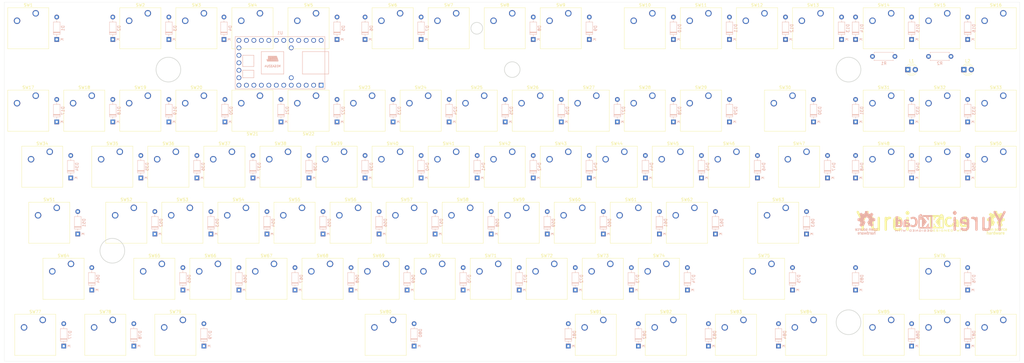
<source format=kicad_pcb>
(kicad_pcb (version 20171130) (host pcbnew "(5.1.4)-1")
  (title_block (title "yurei PCB") (date 2019-11-10) (rev 1.0))
  (layers (0 F.Cu signal) (31 B.Cu signal) (34 B.Paste user) (35 F.Paste user) (36 B.SilkS user) (37 F.SilkS user) (38 B.Mask user) (39 F.Mask user) (44 Edge.Cuts user))
  (net 0 "")
  (net 1 "Net-(D1-Pad2)")
  (net 2 Row0)
  (net 3 "Net-(D2-Pad2)")
  (net 4 "Net-(D3-Pad2)")
  (net 5 "Net-(D4-Pad2)")
  (net 6 "Net-(D5-Pad2)")
  (net 7 "Net-(D6-Pad2)")
  (net 8 "Net-(D7-Pad2)")
  (net 9 "Net-(D8-Pad2)")
  (net 10 "Net-(D9-Pad2)")
  (net 11 "Net-(D10-Pad2)")
  (net 12 "Net-(D11-Pad2)")
  (net 13 "Net-(D12-Pad2)")
  (net 14 "Net-(D13-Pad2)")
  (net 15 "Net-(D14-Pad2)")
  (net 16 "Net-(D15-Pad2)")
  (net 17 "Net-(D16-Pad2)")
  (net 18 "Net-(D17-Pad2)")
  (net 19 Row1)
  (net 20 "Net-(D18-Pad2)")
  (net 21 "Net-(D19-Pad2)")
  (net 22 "Net-(D20-Pad2)")
  (net 23 "Net-(D21-Pad2)")
  (net 24 "Net-(D22-Pad2)")
  (net 25 "Net-(D23-Pad2)")
  (net 26 "Net-(D24-Pad2)")
  (net 27 "Net-(D25-Pad2)")
  (net 28 "Net-(D26-Pad2)")
  (net 29 "Net-(D27-Pad2)")
  (net 30 "Net-(D28-Pad2)")
  (net 31 "Net-(D29-Pad2)")
  (net 32 "Net-(D30-Pad2)")
  (net 33 "Net-(D31-Pad2)")
  (net 34 "Net-(D32-Pad2)")
  (net 35 "Net-(D33-Pad2)")
  (net 36 "Net-(D34-Pad2)")
  (net 37 Row2)
  (net 38 "Net-(D35-Pad2)")
  (net 39 "Net-(D36-Pad2)")
  (net 40 "Net-(D37-Pad2)")
  (net 41 "Net-(D38-Pad2)")
  (net 42 "Net-(D39-Pad2)")
  (net 43 "Net-(D40-Pad2)")
  (net 44 "Net-(D41-Pad2)")
  (net 45 "Net-(D42-Pad2)")
  (net 46 "Net-(D43-Pad2)")
  (net 47 "Net-(D44-Pad2)")
  (net 48 "Net-(D45-Pad2)")
  (net 49 "Net-(D46-Pad2)")
  (net 50 "Net-(D47-Pad2)")
  (net 51 "Net-(D48-Pad2)")
  (net 52 "Net-(D49-Pad2)")
  (net 53 "Net-(D50-Pad2)")
  (net 54 "Net-(D51-Pad2)")
  (net 55 Row3)
  (net 56 "Net-(D52-Pad2)")
  (net 57 "Net-(D53-Pad2)")
  (net 58 "Net-(D54-Pad2)")
  (net 59 "Net-(D55-Pad2)")
  (net 60 "Net-(D56-Pad2)")
  (net 61 "Net-(D57-Pad2)")
  (net 62 "Net-(D58-Pad2)")
  (net 63 "Net-(D59-Pad2)")
  (net 64 "Net-(D60-Pad2)")
  (net 65 "Net-(D61-Pad2)")
  (net 66 "Net-(D62-Pad2)")
  (net 67 "Net-(D63-Pad2)")
  (net 68 "Net-(D64-Pad2)")
  (net 69 Row4)
  (net 70 "Net-(D65-Pad2)")
  (net 71 "Net-(D66-Pad2)")
  (net 72 "Net-(D67-Pad2)")
  (net 73 "Net-(D68-Pad2)")
  (net 74 "Net-(D69-Pad2)")
  (net 75 "Net-(D70-Pad2)")
  (net 76 "Net-(D71-Pad2)")
  (net 77 "Net-(D72-Pad2)")
  (net 78 "Net-(D73-Pad2)")
  (net 79 "Net-(D74-Pad2)")
  (net 80 "Net-(D75-Pad2)")
  (net 81 "Net-(D76-Pad2)")
  (net 82 "Net-(D77-Pad2)")
  (net 83 Row5)
  (net 84 "Net-(D78-Pad2)")
  (net 85 "Net-(D79-Pad2)")
  (net 86 "Net-(D80-Pad2)")
  (net 87 "Net-(D81-Pad2)")
  (net 88 "Net-(D82-Pad2)")
  (net 89 "Net-(D83-Pad2)")
  (net 90 "Net-(D84-Pad2)")
  (net 91 "Net-(D85-Pad2)")
  (net 92 "Net-(D86-Pad2)")
  (net 93 "Net-(D87-Pad2)")
  (net 94 "Net-(L1-Pad2)")
  (net 95 GND)
  (net 96 "Net-(L2-Pad2)")
  (net 97 LED1)
  (net 98 LED2)
  (net 99 Col0)
  (net 100 Col1)
  (net 101 Col2)
  (net 102 Col3)
  (net 103 Col4)
  (net 104 Col5)
  (net 105 Col6)
  (net 106 Col7)
  (net 107 Col8)
  (net 108 Col9)
  (net 109 Col10)
  (net 110 Col11)
  (net 111 Col12)
  (net 112 Col14)
  (net 113 Col15)
  (net 114 Col16)
  (net 115 Col13)
  (net 116 "Net-(U1-Pad31)")
  (net 117 "Net-(U1-Pad29)")
  (net 118 "Net-(U1-Pad16)")
  (net 119 "Net-(U1-Pad14)")
  (net 120 "Net-(U1-Pad15)")
  (module yurei:OSHW-Logo_7.5x8mm_SilkScreen (layer F.Cu) (at 374.199796 148.022949)
    (fp_text reference REF** hide)
    (fp_text value OSHW-Logo_7.5x8mm_SilkScreen hide)
  )
  (module yurei:KiCad-Logo2_5mm_SilkScreen (layer B.Cu) (at 346.360221 148.040711 180)
    (fp_text reference REF** hide)
    (fp_text value KiCad-Logo2_5mm_SilkScreen hide)
  )
  (module yurei:KiCad-Logo2_5mm_SilkScreen (layer F.Cu) (at 358.084437 148.01529)
    (fp_text reference REF** hide)
    (fp_text value KiCad-Logo2_5mm_SilkScreen hide)
  )
  (module yurei:OSHW-Logo_7.5x8mm_SilkScreen (layer B.Cu) (at 330.237688 148.033051 180)
    (fp_text reference REF** hide)
    (fp_text value OSHW-Logo_7.5x8mm_SilkScreen hide)
  )
  (module yurei:Teensy2.0 (layer B.Cu) (at 130.969 93.6625 180)
    (fp_text reference U1 (at 0 10.16) (layer B.SilkS) (effects (justify mirror)))
    (fp_text value "Teensy2.0_(C)")
    (fp_text user MEGA32U4 (at 2.54 -1.143) (layer B.SilkS) (effects (font (size 0.7 0.7)) (justify mirror)))
    (pad 31 thru_hole circle (at -3.81 5.08 180) (size 1.6 1.6) (drill 1.1) (layers *.Cu *.Mask) (net 116 "Net-(U1-Pad31)"))
    (pad 30 thru_hole circle (at -3.81 -5.08 180) (size 1.6 1.6) (drill 1.1) (layers *.Cu *.Mask) (net 104 Col5))
    (pad 29 thru_hole circle (at -13.97 7.62 180) (size 1.6 1.6) (drill 1.1) (layers *.Cu *.Mask) (net 117 "Net-(U1-Pad29)"))
    (pad 28 thru_hole circle (at -11.43 7.62 180) (size 1.6 1.6) (drill 1.1) (layers *.Cu *.Mask) (net 105 Col6))
    (pad 27 thru_hole circle (at -8.89 7.62 180) (size 1.6 1.6) (drill 1.1) (layers *.Cu *.Mask) (net 106 Col7))
    (pad 26 thru_hole circle (at -6.35 7.62 180) (size 1.6 1.6) (drill 1.1) (layers *.Cu *.Mask) (net 107 Col8))
    (pad 25 thru_hole circle (at -3.81 7.62 180) (size 1.6 1.6) (drill 1.1) (layers *.Cu *.Mask) (net 108 Col9))
    (pad 24 thru_hole circle (at -1.27 7.62 180) (size 1.6 1.6) (drill 1.1) (layers *.Cu *.Mask) (net 109 Col10))
    (pad 23 thru_hole circle (at 1.27 7.62 180) (size 1.6 1.6) (drill 1.1) (layers *.Cu *.Mask) (net 110 Col11))
    (pad 22 thru_hole circle (at 3.81 7.62 180) (size 1.6 1.6) (drill 1.1) (layers *.Cu *.Mask) (net 97 LED1))
    (pad 21 thru_hole circle (at 6.35 7.62 180) (size 1.6 1.6) (drill 1.1) (layers *.Cu *.Mask) (net 2 Row0))
    (pad 20 thru_hole circle (at 8.89 7.62 180) (size 1.6 1.6) (drill 1.1) (layers *.Cu *.Mask) (net 19 Row1))
    (pad 19 thru_hole circle (at 11.43 7.62 180) (size 1.6 1.6) (drill 1.1) (layers *.Cu *.Mask) (net 111 Col12))
    (pad 18 thru_hole circle (at 13.97 7.62 180) (size 1.6 1.6) (drill 1.1) (layers *.Cu *.Mask) (net 115 Col13))
    (pad 17 thru_hole circle (at 13.97 5.08 180) (size 1.6 1.6) (drill 1.1) (layers *.Cu *.Mask) (net 102 Col3))
    (pad 16 thru_hole circle (at 13.97 2.54 180) (size 1.6 1.6) (drill 1.1) (layers *.Cu *.Mask) (net 118 "Net-(U1-Pad16)"))
    (pad 14 thru_hole circle (at 13.97 -2.54 180) (size 1.6 1.6) (drill 1.1) (layers *.Cu *.Mask) (net 119 "Net-(U1-Pad14)"))
    (pad 13 thru_hole circle (at 13.97 -5.08 180) (size 1.6 1.6) (drill 1.1) (layers *.Cu *.Mask) (net 99 Col0))
    (pad 12 thru_hole circle (at 13.97 -7.62 180) (size 1.6 1.6) (drill 1.1) (layers *.Cu *.Mask) (net 100 Col1))
    (pad 11 thru_hole circle (at 11.43 -7.62 180) (size 1.6 1.6) (drill 1.1) (layers *.Cu *.Mask) (net 101 Col2))
    (pad 10 thru_hole circle (at 8.89 -7.62 180) (size 1.6 1.6) (drill 1.1) (layers *.Cu *.Mask) (net 114 Col16))
    (pad 9 thru_hole circle (at 6.35 -7.62 180) (size 1.6 1.6) (drill 1.1) (layers *.Cu *.Mask) (net 113 Col15))
    (pad 8 thru_hole circle (at 3.81 -7.62 180) (size 1.6 1.6) (drill 1.1) (layers *.Cu *.Mask) (net 112 Col14))
    (pad 7 thru_hole circle (at 1.27 -7.62 180) (size 1.6 1.6) (drill 1.1) (layers *.Cu *.Mask) (net 103 Col4))
    (pad 6 thru_hole circle (at -1.27 -7.62 180) (size 1.6 1.6) (drill 1.1) (layers *.Cu *.Mask) (net 98 LED2))
    (pad 5 thru_hole circle (at -3.81 -7.62 180) (size 1.6 1.6) (drill 1.1) (layers *.Cu *.Mask) (net 37 Row2))
    (pad 4 thru_hole circle (at -6.35 -7.62 180) (size 1.6 1.6) (drill 1.1) (layers *.Cu *.Mask) (net 55 Row3))
    (pad 3 thru_hole circle (at -8.89 -7.62 180) (size 1.6 1.6) (drill 1.1) (layers *.Cu *.Mask) (net 69 Row4))
    (pad 2 thru_hole circle (at -11.43 -7.62 180) (size 1.6 1.6) (drill 1.1) (layers *.Cu *.Mask) (net 83 Row5))
    (pad 1 thru_hole rect (at -13.97 -7.62 180) (size 1.6 1.6) (drill 1.1) (layers *.Cu *.Mask) (net 95 GND))
    (pad 15 thru_hole circle (at 13.97 0 180) (size 1.6 1.6) (drill 1.1) (layers *.Cu *.Mask) (net 120 "Net-(U1-Pad15)"))
  )
  (module yurei:SW_Cherry_MX_1.00u_PCB (layer F.Cu) (at 376.749 181.048)
    (fp_text reference SW87 (at -2.54 -2.794) (layer F.SilkS))
    (fp_text value SW_SPST)
    (pad "" np_thru_hole circle (at 2.54 5.08) (size 1.7 1.7) (drill 1.7) (layers *.Cu *.Mask))
    (pad "" np_thru_hole circle (at -7.62 5.08) (size 1.7 1.7) (drill 1.7) (layers *.Cu *.Mask))
    (pad "" np_thru_hole circle (at -2.54 5.08) (size 4 4) (drill 4) (layers *.Cu *.Mask))
    (pad 2 thru_hole circle (at -6.35 2.54) (size 2.2 2.2) (drill 1.5) (layers *.Cu *.Mask) (net 93 "Net-(D87-Pad2)"))
    (pad 1 thru_hole circle (at 0 0) (size 2.2 2.2) (drill 1.5) (layers *.Cu *.Mask) (net 114 Col16))
  )
  (module yurei:SW_Cherry_MX_1.00u_PCB (layer F.Cu) (at 357.699 181.048)
    (fp_text reference SW86 (at -2.54 -2.794) (layer F.SilkS))
    (fp_text value SW_SPST)
    (pad "" np_thru_hole circle (at 2.54 5.08) (size 1.7 1.7) (drill 1.7) (layers *.Cu *.Mask))
    (pad "" np_thru_hole circle (at -7.62 5.08) (size 1.7 1.7) (drill 1.7) (layers *.Cu *.Mask))
    (pad "" np_thru_hole circle (at -2.54 5.08) (size 4 4) (drill 4) (layers *.Cu *.Mask))
    (pad 2 thru_hole circle (at -6.35 2.54) (size 2.2 2.2) (drill 1.5) (layers *.Cu *.Mask) (net 92 "Net-(D86-Pad2)"))
    (pad 1 thru_hole circle (at 0 0) (size 2.2 2.2) (drill 1.5) (layers *.Cu *.Mask) (net 113 Col15))
  )
  (module yurei:SW_Cherry_MX_1.00u_PCB (layer F.Cu) (at 338.649 181.048)
    (fp_text reference SW85 (at -2.54 -2.794) (layer F.SilkS))
    (fp_text value SW_SPST)
    (pad "" np_thru_hole circle (at 2.54 5.08) (size 1.7 1.7) (drill 1.7) (layers *.Cu *.Mask))
    (pad "" np_thru_hole circle (at -7.62 5.08) (size 1.7 1.7) (drill 1.7) (layers *.Cu *.Mask))
    (pad "" np_thru_hole circle (at -2.54 5.08) (size 4 4) (drill 4) (layers *.Cu *.Mask))
    (pad 2 thru_hole circle (at -6.35 2.54) (size 2.2 2.2) (drill 1.5) (layers *.Cu *.Mask) (net 91 "Net-(D85-Pad2)"))
    (pad 1 thru_hole circle (at 0 0) (size 2.2 2.2) (drill 1.5) (layers *.Cu *.Mask) (net 112 Col14))
  )
  (module yurei:SW_Cherry_MX_1.25u_PCB (layer F.Cu) (at 312.265 181.048)
    (fp_text reference SW84 (at -2.54 -2.794) (layer F.SilkS))
    (fp_text value SW_SPST)
    (pad "" np_thru_hole circle (at 2.54 5.08) (size 1.7 1.7) (drill 1.7) (layers *.Cu *.Mask))
    (pad "" np_thru_hole circle (at -7.62 5.08) (size 1.7 1.7) (drill 1.7) (layers *.Cu *.Mask))
    (pad "" np_thru_hole circle (at -2.54 5.08) (size 4 4) (drill 4) (layers *.Cu *.Mask))
    (pad 2 thru_hole circle (at -6.35 2.54) (size 2.2 2.2) (drill 1.5) (layers *.Cu *.Mask) (net 90 "Net-(D84-Pad2)"))
    (pad 1 thru_hole circle (at 0 0) (size 2.2 2.2) (drill 1.5) (layers *.Cu *.Mask) (net 115 Col13))
  )
  (module yurei:SW_Cherry_MX_1.25u_PCB (layer F.Cu) (at 288.452 181.048)
    (fp_text reference SW83 (at -2.54 -2.794) (layer F.SilkS))
    (fp_text value SW_SPST)
    (pad "" np_thru_hole circle (at 2.54 5.08) (size 1.7 1.7) (drill 1.7) (layers *.Cu *.Mask))
    (pad "" np_thru_hole circle (at -7.62 5.08) (size 1.7 1.7) (drill 1.7) (layers *.Cu *.Mask))
    (pad "" np_thru_hole circle (at -2.54 5.08) (size 4 4) (drill 4) (layers *.Cu *.Mask))
    (pad 2 thru_hole circle (at -6.35 2.54) (size 2.2 2.2) (drill 1.5) (layers *.Cu *.Mask) (net 89 "Net-(D83-Pad2)"))
    (pad 1 thru_hole circle (at 0 0) (size 2.2 2.2) (drill 1.5) (layers *.Cu *.Mask) (net 111 Col12))
  )
  (module yurei:SW_Cherry_MX_1.25u_PCB (layer F.Cu) (at 264.64 181.048)
    (fp_text reference SW82 (at -2.54 -2.794) (layer F.SilkS))
    (fp_text value SW_SPST)
    (pad "" np_thru_hole circle (at 2.54 5.08) (size 1.7 1.7) (drill 1.7) (layers *.Cu *.Mask))
    (pad "" np_thru_hole circle (at -7.62 5.08) (size 1.7 1.7) (drill 1.7) (layers *.Cu *.Mask))
    (pad "" np_thru_hole circle (at -2.54 5.08) (size 4 4) (drill 4) (layers *.Cu *.Mask))
    (pad 2 thru_hole circle (at -6.35 2.54) (size 2.2 2.2) (drill 1.5) (layers *.Cu *.Mask) (net 88 "Net-(D82-Pad2)"))
    (pad 1 thru_hole circle (at 0 0) (size 2.2 2.2) (drill 1.5) (layers *.Cu *.Mask) (net 110 Col11))
  )
  (module yurei:SW_Cherry_MX_1.25u_PCB (layer F.Cu) (at 240.827 181.048)
    (fp_text reference SW81 (at -2.54 -2.794) (layer F.SilkS))
    (fp_text value SW_SPST)
    (pad "" np_thru_hole circle (at 2.54 5.08) (size 1.7 1.7) (drill 1.7) (layers *.Cu *.Mask))
    (pad "" np_thru_hole circle (at -7.62 5.08) (size 1.7 1.7) (drill 1.7) (layers *.Cu *.Mask))
    (pad "" np_thru_hole circle (at -2.54 5.08) (size 4 4) (drill 4) (layers *.Cu *.Mask))
    (pad 2 thru_hole circle (at -6.35 2.54) (size 2.2 2.2) (drill 1.5) (layers *.Cu *.Mask) (net 87 "Net-(D81-Pad2)"))
    (pad 1 thru_hole circle (at 0 0) (size 2.2 2.2) (drill 1.5) (layers *.Cu *.Mask) (net 109 Col10))
  )
  (module yurei:SW_Cherry_MX_6.25u_PCB (layer F.Cu) (at 169.39 181.048)
    (fp_text reference SW80 (at -2.54 -2.794) (layer F.SilkS))
    (fp_text value SW_SPST)
    (pad "" np_thru_hole circle (at 2.54 5.08) (size 1.7 1.7) (drill 1.7) (layers *.Cu *.Mask))
    (pad "" np_thru_hole circle (at -7.62 5.08) (size 1.7 1.7) (drill 1.7) (layers *.Cu *.Mask))
    (pad "" np_thru_hole circle (at -2.54 5.08) (size 4 4) (drill 4) (layers *.Cu *.Mask))
    (pad 2 thru_hole circle (at -6.35 2.54) (size 2.2 2.2) (drill 1.5) (layers *.Cu *.Mask) (net 86 "Net-(D80-Pad2)"))
    (pad 1 thru_hole circle (at 0 0) (size 2.2 2.2) (drill 1.5) (layers *.Cu *.Mask) (net 105 Col6))
  )
  (module yurei:SW_Cherry_MX_1.25u_PCB (layer F.Cu) (at 97.9522 181.048)
    (fp_text reference SW79 (at -2.54 -2.794) (layer F.SilkS))
    (fp_text value SW_SPST)
    (pad "" np_thru_hole circle (at 2.54 5.08) (size 1.7 1.7) (drill 1.7) (layers *.Cu *.Mask))
    (pad "" np_thru_hole circle (at -7.62 5.08) (size 1.7 1.7) (drill 1.7) (layers *.Cu *.Mask))
    (pad "" np_thru_hole circle (at -2.54 5.08) (size 4 4) (drill 4) (layers *.Cu *.Mask))
    (pad 2 thru_hole circle (at -6.35 2.54) (size 2.2 2.2) (drill 1.5) (layers *.Cu *.Mask) (net 85 "Net-(D79-Pad2)"))
    (pad 1 thru_hole circle (at 0 0) (size 2.2 2.2) (drill 1.5) (layers *.Cu *.Mask) (net 101 Col2))
  )
  (module yurei:SW_Cherry_MX_1.25u_PCB (layer F.Cu) (at 74.1398 181.048)
    (fp_text reference SW78 (at -2.54 -2.794) (layer F.SilkS))
    (fp_text value SW_SPST)
    (pad "" np_thru_hole circle (at 2.54 5.08) (size 1.7 1.7) (drill 1.7) (layers *.Cu *.Mask))
    (pad "" np_thru_hole circle (at -7.62 5.08) (size 1.7 1.7) (drill 1.7) (layers *.Cu *.Mask))
    (pad "" np_thru_hole circle (at -2.54 5.08) (size 4 4) (drill 4) (layers *.Cu *.Mask))
    (pad 2 thru_hole circle (at -6.35 2.54) (size 2.2 2.2) (drill 1.5) (layers *.Cu *.Mask) (net 84 "Net-(D78-Pad2)"))
    (pad 1 thru_hole circle (at 0 0) (size 2.2 2.2) (drill 1.5) (layers *.Cu *.Mask) (net 100 Col1))
  )
  (module yurei:SW_Cherry_MX_1.25u_PCB (layer F.Cu) (at 50.3272 181.048)
    (fp_text reference SW77 (at -2.54 -2.794) (layer F.SilkS))
    (fp_text value SW_SPST)
    (pad "" np_thru_hole circle (at 2.54 5.08) (size 1.7 1.7) (drill 1.7) (layers *.Cu *.Mask))
    (pad "" np_thru_hole circle (at -7.62 5.08) (size 1.7 1.7) (drill 1.7) (layers *.Cu *.Mask))
    (pad "" np_thru_hole circle (at -2.54 5.08) (size 4 4) (drill 4) (layers *.Cu *.Mask))
    (pad 2 thru_hole circle (at -6.35 2.54) (size 2.2 2.2) (drill 1.5) (layers *.Cu *.Mask) (net 82 "Net-(D77-Pad2)"))
    (pad 1 thru_hole circle (at 0 0) (size 2.2 2.2) (drill 1.5) (layers *.Cu *.Mask) (net 99 Col0))
  )
  (module yurei:SW_Cherry_MX_1.00u_PCB (layer F.Cu) (at 357.699 161.998)
    (fp_text reference SW76 (at -2.54 -2.794) (layer F.SilkS))
    (fp_text value SW_SPST)
    (pad "" np_thru_hole circle (at 2.54 5.08) (size 1.7 1.7) (drill 1.7) (layers *.Cu *.Mask))
    (pad "" np_thru_hole circle (at -7.62 5.08) (size 1.7 1.7) (drill 1.7) (layers *.Cu *.Mask))
    (pad "" np_thru_hole circle (at -2.54 5.08) (size 4 4) (drill 4) (layers *.Cu *.Mask))
    (pad 2 thru_hole circle (at -6.35 2.54) (size 2.2 2.2) (drill 1.5) (layers *.Cu *.Mask) (net 81 "Net-(D76-Pad2)"))
    (pad 1 thru_hole circle (at 0 0) (size 2.2 2.2) (drill 1.5) (layers *.Cu *.Mask) (net 113 Col15))
  )
  (module yurei:SW_Cherry_MX_2.75u_PCB (layer F.Cu) (at 297.978 161.998)
    (fp_text reference SW75 (at -2.54 -2.794) (layer F.SilkS))
    (fp_text value SW_SPST)
    (pad "" np_thru_hole circle (at 2.54 5.08) (size 1.7 1.7) (drill 1.7) (layers *.Cu *.Mask))
    (pad "" np_thru_hole circle (at -7.62 5.08) (size 1.7 1.7) (drill 1.7) (layers *.Cu *.Mask))
    (pad "" np_thru_hole circle (at -2.54 5.08) (size 4 4) (drill 4) (layers *.Cu *.Mask))
    (pad 2 thru_hole circle (at -6.35 2.54) (size 2.2 2.2) (drill 1.5) (layers *.Cu *.Mask) (net 80 "Net-(D75-Pad2)"))
    (pad 1 thru_hole circle (at 0 0) (size 2.2 2.2) (drill 1.5) (layers *.Cu *.Mask) (net 111 Col12))
  )
  (module yurei:SW_Cherry_MX_1.00u_PCB (layer F.Cu) (at 262.259 161.998)
    (fp_text reference SW74 (at -2.54 -2.794) (layer F.SilkS))
    (fp_text value SW_SPST)
    (pad "" np_thru_hole circle (at 2.54 5.08) (size 1.7 1.7) (drill 1.7) (layers *.Cu *.Mask))
    (pad "" np_thru_hole circle (at -7.62 5.08) (size 1.7 1.7) (drill 1.7) (layers *.Cu *.Mask))
    (pad "" np_thru_hole circle (at -2.54 5.08) (size 4 4) (drill 4) (layers *.Cu *.Mask))
    (pad 2 thru_hole circle (at -6.35 2.54) (size 2.2 2.2) (drill 1.5) (layers *.Cu *.Mask) (net 79 "Net-(D74-Pad2)"))
    (pad 1 thru_hole circle (at 0 0) (size 2.2 2.2) (drill 1.5) (layers *.Cu *.Mask) (net 110 Col11))
  )
  (module yurei:SW_Cherry_MX_1.00u_PCB (layer F.Cu) (at 243.209 161.998)
    (fp_text reference SW73 (at -2.54 -2.794) (layer F.SilkS))
    (fp_text value SW_SPST)
    (pad "" np_thru_hole circle (at 2.54 5.08) (size 1.7 1.7) (drill 1.7) (layers *.Cu *.Mask))
    (pad "" np_thru_hole circle (at -7.62 5.08) (size 1.7 1.7) (drill 1.7) (layers *.Cu *.Mask))
    (pad "" np_thru_hole circle (at -2.54 5.08) (size 4 4) (drill 4) (layers *.Cu *.Mask))
    (pad 2 thru_hole circle (at -6.35 2.54) (size 2.2 2.2) (drill 1.5) (layers *.Cu *.Mask) (net 78 "Net-(D73-Pad2)"))
    (pad 1 thru_hole circle (at 0 0) (size 2.2 2.2) (drill 1.5) (layers *.Cu *.Mask) (net 109 Col10))
  )
  (module yurei:SW_Cherry_MX_1.00u_PCB (layer F.Cu) (at 224.159 161.998)
    (fp_text reference SW72 (at -2.54 -2.794) (layer F.SilkS))
    (fp_text value SW_SPST)
    (pad "" np_thru_hole circle (at 2.54 5.08) (size 1.7 1.7) (drill 1.7) (layers *.Cu *.Mask))
    (pad "" np_thru_hole circle (at -7.62 5.08) (size 1.7 1.7) (drill 1.7) (layers *.Cu *.Mask))
    (pad "" np_thru_hole circle (at -2.54 5.08) (size 4 4) (drill 4) (layers *.Cu *.Mask))
    (pad 2 thru_hole circle (at -6.35 2.54) (size 2.2 2.2) (drill 1.5) (layers *.Cu *.Mask) (net 77 "Net-(D72-Pad2)"))
    (pad 1 thru_hole circle (at 0 0) (size 2.2 2.2) (drill 1.5) (layers *.Cu *.Mask) (net 108 Col9))
  )
  (module yurei:SW_Cherry_MX_1.00u_PCB (layer F.Cu) (at 205.109 161.998)
    (fp_text reference SW71 (at -2.54 -2.794) (layer F.SilkS))
    (fp_text value SW_SPST)
    (pad "" np_thru_hole circle (at 2.54 5.08) (size 1.7 1.7) (drill 1.7) (layers *.Cu *.Mask))
    (pad "" np_thru_hole circle (at -7.62 5.08) (size 1.7 1.7) (drill 1.7) (layers *.Cu *.Mask))
    (pad "" np_thru_hole circle (at -2.54 5.08) (size 4 4) (drill 4) (layers *.Cu *.Mask))
    (pad 2 thru_hole circle (at -6.35 2.54) (size 2.2 2.2) (drill 1.5) (layers *.Cu *.Mask) (net 76 "Net-(D71-Pad2)"))
    (pad 1 thru_hole circle (at 0 0) (size 2.2 2.2) (drill 1.5) (layers *.Cu *.Mask) (net 107 Col8))
  )
  (module yurei:SW_Cherry_MX_1.00u_PCB (layer F.Cu) (at 186.059 161.998)
    (fp_text reference SW70 (at -2.54 -2.794) (layer F.SilkS))
    (fp_text value SW_SPST)
    (pad "" np_thru_hole circle (at 2.54 5.08) (size 1.7 1.7) (drill 1.7) (layers *.Cu *.Mask))
    (pad "" np_thru_hole circle (at -7.62 5.08) (size 1.7 1.7) (drill 1.7) (layers *.Cu *.Mask))
    (pad "" np_thru_hole circle (at -2.54 5.08) (size 4 4) (drill 4) (layers *.Cu *.Mask))
    (pad 2 thru_hole circle (at -6.35 2.54) (size 2.2 2.2) (drill 1.5) (layers *.Cu *.Mask) (net 75 "Net-(D70-Pad2)"))
    (pad 1 thru_hole circle (at 0 0) (size 2.2 2.2) (drill 1.5) (layers *.Cu *.Mask) (net 106 Col7))
  )
  (module yurei:SW_Cherry_MX_1.00u_PCB (layer F.Cu) (at 167.009 161.998)
    (fp_text reference SW69 (at -2.54 -2.794) (layer F.SilkS))
    (fp_text value SW_SPST)
    (pad "" np_thru_hole circle (at 2.54 5.08) (size 1.7 1.7) (drill 1.7) (layers *.Cu *.Mask))
    (pad "" np_thru_hole circle (at -7.62 5.08) (size 1.7 1.7) (drill 1.7) (layers *.Cu *.Mask))
    (pad "" np_thru_hole circle (at -2.54 5.08) (size 4 4) (drill 4) (layers *.Cu *.Mask))
    (pad 2 thru_hole circle (at -6.35 2.54) (size 2.2 2.2) (drill 1.5) (layers *.Cu *.Mask) (net 74 "Net-(D69-Pad2)"))
    (pad 1 thru_hole circle (at 0 0) (size 2.2 2.2) (drill 1.5) (layers *.Cu *.Mask) (net 105 Col6))
  )
  (module yurei:SW_Cherry_MX_1.00u_PCB (layer F.Cu) (at 147.959 161.998)
    (fp_text reference SW68 (at -2.54 -2.794) (layer F.SilkS))
    (fp_text value SW_SPST)
    (pad "" np_thru_hole circle (at 2.54 5.08) (size 1.7 1.7) (drill 1.7) (layers *.Cu *.Mask))
    (pad "" np_thru_hole circle (at -7.62 5.08) (size 1.7 1.7) (drill 1.7) (layers *.Cu *.Mask))
    (pad "" np_thru_hole circle (at -2.54 5.08) (size 4 4) (drill 4) (layers *.Cu *.Mask))
    (pad 2 thru_hole circle (at -6.35 2.54) (size 2.2 2.2) (drill 1.5) (layers *.Cu *.Mask) (net 73 "Net-(D68-Pad2)"))
    (pad 1 thru_hole circle (at 0 0) (size 2.2 2.2) (drill 1.5) (layers *.Cu *.Mask) (net 104 Col5))
  )
  (module yurei:SW_Cherry_MX_1.00u_PCB (layer F.Cu) (at 128.909 161.998)
    (fp_text reference SW67 (at -2.54 -2.794) (layer F.SilkS))
    (fp_text value SW_SPST)
    (pad "" np_thru_hole circle (at 2.54 5.08) (size 1.7 1.7) (drill 1.7) (layers *.Cu *.Mask))
    (pad "" np_thru_hole circle (at -7.62 5.08) (size 1.7 1.7) (drill 1.7) (layers *.Cu *.Mask))
    (pad "" np_thru_hole circle (at -2.54 5.08) (size 4 4) (drill 4) (layers *.Cu *.Mask))
    (pad 2 thru_hole circle (at -6.35 2.54) (size 2.2 2.2) (drill 1.5) (layers *.Cu *.Mask) (net 72 "Net-(D67-Pad2)"))
    (pad 1 thru_hole circle (at 0 0) (size 2.2 2.2) (drill 1.5) (layers *.Cu *.Mask) (net 103 Col4))
  )
  (module yurei:SW_Cherry_MX_1.00u_PCB (layer F.Cu) (at 109.859 161.998)
    (fp_text reference SW66 (at -2.54 -2.794) (layer F.SilkS))
    (fp_text value SW_SPST)
    (pad "" np_thru_hole circle (at 2.54 5.08) (size 1.7 1.7) (drill 1.7) (layers *.Cu *.Mask))
    (pad "" np_thru_hole circle (at -7.62 5.08) (size 1.7 1.7) (drill 1.7) (layers *.Cu *.Mask))
    (pad "" np_thru_hole circle (at -2.54 5.08) (size 4 4) (drill 4) (layers *.Cu *.Mask))
    (pad 2 thru_hole circle (at -6.35 2.54) (size 2.2 2.2) (drill 1.5) (layers *.Cu *.Mask) (net 71 "Net-(D66-Pad2)"))
    (pad 1 thru_hole circle (at 0 0) (size 2.2 2.2) (drill 1.5) (layers *.Cu *.Mask) (net 102 Col3))
  )
  (module yurei:SW_Cherry_MX_1.00u_PCB (layer F.Cu) (at 90.8088 161.998)
    (fp_text reference SW65 (at -2.54 -2.794) (layer F.SilkS))
    (fp_text value SW_SPST)
    (pad "" np_thru_hole circle (at 2.54 5.08) (size 1.7 1.7) (drill 1.7) (layers *.Cu *.Mask))
    (pad "" np_thru_hole circle (at -7.62 5.08) (size 1.7 1.7) (drill 1.7) (layers *.Cu *.Mask))
    (pad "" np_thru_hole circle (at -2.54 5.08) (size 4 4) (drill 4) (layers *.Cu *.Mask))
    (pad 2 thru_hole circle (at -6.35 2.54) (size 2.2 2.2) (drill 1.5) (layers *.Cu *.Mask) (net 70 "Net-(D65-Pad2)"))
    (pad 1 thru_hole circle (at 0 0) (size 2.2 2.2) (drill 1.5) (layers *.Cu *.Mask) (net 101 Col2))
  )
  (module yurei:SW_Cherry_MX_2.25u_PCB (layer F.Cu) (at 59.9268 161.998)
    (fp_text reference SW64 (at -2.54 -2.794) (layer F.SilkS))
    (fp_text value SW_SPST)
    (pad "" np_thru_hole circle (at 2.54 5.08) (size 1.7 1.7) (drill 1.7) (layers *.Cu *.Mask))
    (pad "" np_thru_hole circle (at -7.62 5.08) (size 1.7 1.7) (drill 1.7) (layers *.Cu *.Mask))
    (pad "" np_thru_hole circle (at -2.54 5.08) (size 4 4) (drill 4) (layers *.Cu *.Mask))
    (pad 2 thru_hole circle (at -6.35 2.54) (size 2.2 2.2) (drill 1.5) (layers *.Cu *.Mask) (net 68 "Net-(D64-Pad2)"))
    (pad 1 thru_hole circle (at 0 0) (size 2.2 2.2) (drill 1.5) (layers *.Cu *.Mask) (net 99 Col0))
  )
  (module yurei:SW_Cherry_MX_2.25u_PCB (layer F.Cu) (at 302.814 142.948)
    (fp_text reference SW63 (at -2.54 -2.794) (layer F.SilkS))
    (fp_text value SW_SPST)
    (pad "" np_thru_hole circle (at 2.54 5.08) (size 1.7 1.7) (drill 1.7) (layers *.Cu *.Mask))
    (pad "" np_thru_hole circle (at -7.62 5.08) (size 1.7 1.7) (drill 1.7) (layers *.Cu *.Mask))
    (pad "" np_thru_hole circle (at -2.54 5.08) (size 4 4) (drill 4) (layers *.Cu *.Mask))
    (pad 2 thru_hole circle (at -6.35 2.54) (size 2.2 2.2) (drill 1.5) (layers *.Cu *.Mask) (net 67 "Net-(D63-Pad2)"))
    (pad 1 thru_hole circle (at 0 0) (size 2.2 2.2) (drill 1.5) (layers *.Cu *.Mask) (net 115 Col13))
  )
  (module yurei:SW_Cherry_MX_1.00u_PCB (layer F.Cu) (at 271.784 142.948)
    (fp_text reference SW62 (at -2.54 -2.794) (layer F.SilkS))
    (fp_text value SW_SPST)
    (pad "" np_thru_hole circle (at 2.54 5.08) (size 1.7 1.7) (drill 1.7) (layers *.Cu *.Mask))
    (pad "" np_thru_hole circle (at -7.62 5.08) (size 1.7 1.7) (drill 1.7) (layers *.Cu *.Mask))
    (pad "" np_thru_hole circle (at -2.54 5.08) (size 4 4) (drill 4) (layers *.Cu *.Mask))
    (pad 2 thru_hole circle (at -6.35 2.54) (size 2.2 2.2) (drill 1.5) (layers *.Cu *.Mask) (net 66 "Net-(D62-Pad2)"))
    (pad 1 thru_hole circle (at 0 0) (size 2.2 2.2) (drill 1.5) (layers *.Cu *.Mask) (net 110 Col11))
  )
  (module yurei:SW_Cherry_MX_1.00u_PCB (layer F.Cu) (at 252.734 142.948)
    (fp_text reference SW61 (at -2.54 -2.794) (layer F.SilkS))
    (fp_text value SW_SPST)
    (pad "" np_thru_hole circle (at 2.54 5.08) (size 1.7 1.7) (drill 1.7) (layers *.Cu *.Mask))
    (pad "" np_thru_hole circle (at -7.62 5.08) (size 1.7 1.7) (drill 1.7) (layers *.Cu *.Mask))
    (pad "" np_thru_hole circle (at -2.54 5.08) (size 4 4) (drill 4) (layers *.Cu *.Mask))
    (pad 2 thru_hole circle (at -6.35 2.54) (size 2.2 2.2) (drill 1.5) (layers *.Cu *.Mask) (net 65 "Net-(D61-Pad2)"))
    (pad 1 thru_hole circle (at 0 0) (size 2.2 2.2) (drill 1.5) (layers *.Cu *.Mask) (net 109 Col10))
  )
  (module yurei:SW_Cherry_MX_1.00u_PCB (layer F.Cu) (at 233.684 142.948)
    (fp_text reference SW60 (at -2.54 -2.794) (layer F.SilkS))
    (fp_text value SW_SPST)
    (pad "" np_thru_hole circle (at 2.54 5.08) (size 1.7 1.7) (drill 1.7) (layers *.Cu *.Mask))
    (pad "" np_thru_hole circle (at -7.62 5.08) (size 1.7 1.7) (drill 1.7) (layers *.Cu *.Mask))
    (pad "" np_thru_hole circle (at -2.54 5.08) (size 4 4) (drill 4) (layers *.Cu *.Mask))
    (pad 2 thru_hole circle (at -6.35 2.54) (size 2.2 2.2) (drill 1.5) (layers *.Cu *.Mask) (net 64 "Net-(D60-Pad2)"))
    (pad 1 thru_hole circle (at 0 0) (size 2.2 2.2) (drill 1.5) (layers *.Cu *.Mask) (net 108 Col9))
  )
  (module yurei:SW_Cherry_MX_1.00u_PCB (layer F.Cu) (at 214.634 142.948)
    (fp_text reference SW59 (at -2.54 -2.794) (layer F.SilkS))
    (fp_text value SW_SPST)
    (pad "" np_thru_hole circle (at 2.54 5.08) (size 1.7 1.7) (drill 1.7) (layers *.Cu *.Mask))
    (pad "" np_thru_hole circle (at -7.62 5.08) (size 1.7 1.7) (drill 1.7) (layers *.Cu *.Mask))
    (pad "" np_thru_hole circle (at -2.54 5.08) (size 4 4) (drill 4) (layers *.Cu *.Mask))
    (pad 2 thru_hole circle (at -6.35 2.54) (size 2.2 2.2) (drill 1.5) (layers *.Cu *.Mask) (net 63 "Net-(D59-Pad2)"))
    (pad 1 thru_hole circle (at 0 0) (size 2.2 2.2) (drill 1.5) (layers *.Cu *.Mask) (net 107 Col8))
  )
  (module yurei:SW_Cherry_MX_1.00u_PCB (layer F.Cu) (at 195.584 142.948)
    (fp_text reference SW58 (at -2.54 -2.794) (layer F.SilkS))
    (fp_text value SW_SPST)
    (pad "" np_thru_hole circle (at 2.54 5.08) (size 1.7 1.7) (drill 1.7) (layers *.Cu *.Mask))
    (pad "" np_thru_hole circle (at -7.62 5.08) (size 1.7 1.7) (drill 1.7) (layers *.Cu *.Mask))
    (pad "" np_thru_hole circle (at -2.54 5.08) (size 4 4) (drill 4) (layers *.Cu *.Mask))
    (pad 2 thru_hole circle (at -6.35 2.54) (size 2.2 2.2) (drill 1.5) (layers *.Cu *.Mask) (net 62 "Net-(D58-Pad2)"))
    (pad 1 thru_hole circle (at 0 0) (size 2.2 2.2) (drill 1.5) (layers *.Cu *.Mask) (net 106 Col7))
  )
  (module yurei:SW_Cherry_MX_1.00u_PCB (layer F.Cu) (at 176.534 142.948)
    (fp_text reference SW57 (at -2.54 -2.794) (layer F.SilkS))
    (fp_text value SW_SPST)
    (pad "" np_thru_hole circle (at 2.54 5.08) (size 1.7 1.7) (drill 1.7) (layers *.Cu *.Mask))
    (pad "" np_thru_hole circle (at -7.62 5.08) (size 1.7 1.7) (drill 1.7) (layers *.Cu *.Mask))
    (pad "" np_thru_hole circle (at -2.54 5.08) (size 4 4) (drill 4) (layers *.Cu *.Mask))
    (pad 2 thru_hole circle (at -6.35 2.54) (size 2.2 2.2) (drill 1.5) (layers *.Cu *.Mask) (net 61 "Net-(D57-Pad2)"))
    (pad 1 thru_hole circle (at 0 0) (size 2.2 2.2) (drill 1.5) (layers *.Cu *.Mask) (net 105 Col6))
  )
  (module yurei:SW_Cherry_MX_1.00u_PCB (layer F.Cu) (at 157.484 142.948)
    (fp_text reference SW56 (at -2.54 -2.794) (layer F.SilkS))
    (fp_text value SW_SPST)
    (pad "" np_thru_hole circle (at 2.54 5.08) (size 1.7 1.7) (drill 1.7) (layers *.Cu *.Mask))
    (pad "" np_thru_hole circle (at -7.62 5.08) (size 1.7 1.7) (drill 1.7) (layers *.Cu *.Mask))
    (pad "" np_thru_hole circle (at -2.54 5.08) (size 4 4) (drill 4) (layers *.Cu *.Mask))
    (pad 2 thru_hole circle (at -6.35 2.54) (size 2.2 2.2) (drill 1.5) (layers *.Cu *.Mask) (net 60 "Net-(D56-Pad2)"))
    (pad 1 thru_hole circle (at 0 0) (size 2.2 2.2) (drill 1.5) (layers *.Cu *.Mask) (net 104 Col5))
  )
  (module yurei:SW_Cherry_MX_1.00u_PCB (layer F.Cu) (at 138.434 142.948)
    (fp_text reference SW55 (at -2.54 -2.794) (layer F.SilkS))
    (fp_text value SW_SPST)
    (pad "" np_thru_hole circle (at 2.54 5.08) (size 1.7 1.7) (drill 1.7) (layers *.Cu *.Mask))
    (pad "" np_thru_hole circle (at -7.62 5.08) (size 1.7 1.7) (drill 1.7) (layers *.Cu *.Mask))
    (pad "" np_thru_hole circle (at -2.54 5.08) (size 4 4) (drill 4) (layers *.Cu *.Mask))
    (pad 2 thru_hole circle (at -6.35 2.54) (size 2.2 2.2) (drill 1.5) (layers *.Cu *.Mask) (net 59 "Net-(D55-Pad2)"))
    (pad 1 thru_hole circle (at 0 0) (size 2.2 2.2) (drill 1.5) (layers *.Cu *.Mask) (net 103 Col4))
  )
  (module yurei:SW_Cherry_MX_1.00u_PCB (layer F.Cu) (at 119.384 142.948)
    (fp_text reference SW54 (at -2.54 -2.794) (layer F.SilkS))
    (fp_text value SW_SPST)
    (pad "" np_thru_hole circle (at 2.54 5.08) (size 1.7 1.7) (drill 1.7) (layers *.Cu *.Mask))
    (pad "" np_thru_hole circle (at -7.62 5.08) (size 1.7 1.7) (drill 1.7) (layers *.Cu *.Mask))
    (pad "" np_thru_hole circle (at -2.54 5.08) (size 4 4) (drill 4) (layers *.Cu *.Mask))
    (pad 2 thru_hole circle (at -6.35 2.54) (size 2.2 2.2) (drill 1.5) (layers *.Cu *.Mask) (net 58 "Net-(D54-Pad2)"))
    (pad 1 thru_hole circle (at 0 0) (size 2.2 2.2) (drill 1.5) (layers *.Cu *.Mask) (net 102 Col3))
  )
  (module yurei:SW_Cherry_MX_1.00u_PCB (layer F.Cu) (at 100.334 142.948)
    (fp_text reference SW53 (at -2.54 -2.794) (layer F.SilkS))
    (fp_text value SW_SPST)
    (pad "" np_thru_hole circle (at 2.54 5.08) (size 1.7 1.7) (drill 1.7) (layers *.Cu *.Mask))
    (pad "" np_thru_hole circle (at -7.62 5.08) (size 1.7 1.7) (drill 1.7) (layers *.Cu *.Mask))
    (pad "" np_thru_hole circle (at -2.54 5.08) (size 4 4) (drill 4) (layers *.Cu *.Mask))
    (pad 2 thru_hole circle (at -6.35 2.54) (size 2.2 2.2) (drill 1.5) (layers *.Cu *.Mask) (net 57 "Net-(D53-Pad2)"))
    (pad 1 thru_hole circle (at 0 0) (size 2.2 2.2) (drill 1.5) (layers *.Cu *.Mask) (net 101 Col2))
  )
  (module yurei:SW_Cherry_MX_1.00u_PCB (layer F.Cu) (at 81.2838 142.948)
    (fp_text reference SW52 (at -2.54 -2.794) (layer F.SilkS))
    (fp_text value SW_SPST)
    (pad "" np_thru_hole circle (at 2.54 5.08) (size 1.7 1.7) (drill 1.7) (layers *.Cu *.Mask))
    (pad "" np_thru_hole circle (at -7.62 5.08) (size 1.7 1.7) (drill 1.7) (layers *.Cu *.Mask))
    (pad "" np_thru_hole circle (at -2.54 5.08) (size 4 4) (drill 4) (layers *.Cu *.Mask))
    (pad 2 thru_hole circle (at -6.35 2.54) (size 2.2 2.2) (drill 1.5) (layers *.Cu *.Mask) (net 56 "Net-(D52-Pad2)"))
    (pad 1 thru_hole circle (at 0 0) (size 2.2 2.2) (drill 1.5) (layers *.Cu *.Mask) (net 100 Col1))
  )
  (module yurei:SW_Cherry_MX_1.75u_PCB (layer F.Cu) (at 55.0902 142.948)
    (fp_text reference SW51 (at -2.54 -2.794) (layer F.SilkS))
    (fp_text value SW_SPST)
    (pad "" np_thru_hole circle (at 2.54 5.08) (size 1.7 1.7) (drill 1.7) (layers *.Cu *.Mask))
    (pad "" np_thru_hole circle (at -7.62 5.08) (size 1.7 1.7) (drill 1.7) (layers *.Cu *.Mask))
    (pad "" np_thru_hole circle (at -2.54 5.08) (size 4 4) (drill 4) (layers *.Cu *.Mask))
    (pad 2 thru_hole circle (at -6.35 2.54) (size 2.2 2.2) (drill 1.5) (layers *.Cu *.Mask) (net 54 "Net-(D51-Pad2)"))
    (pad 1 thru_hole circle (at 0 0) (size 2.2 2.2) (drill 1.5) (layers *.Cu *.Mask) (net 99 Col0))
  )
  (module yurei:SW_Cherry_MX_1.00u_PCB (layer F.Cu) (at 376.749 123.898)
    (fp_text reference SW50 (at -2.54 -2.794) (layer F.SilkS))
    (fp_text value SW_SPST)
    (pad "" np_thru_hole circle (at 2.54 5.08) (size 1.7 1.7) (drill 1.7) (layers *.Cu *.Mask))
    (pad "" np_thru_hole circle (at -7.62 5.08) (size 1.7 1.7) (drill 1.7) (layers *.Cu *.Mask))
    (pad "" np_thru_hole circle (at -2.54 5.08) (size 4 4) (drill 4) (layers *.Cu *.Mask))
    (pad 2 thru_hole circle (at -6.35 2.54) (size 2.2 2.2) (drill 1.5) (layers *.Cu *.Mask) (net 53 "Net-(D50-Pad2)"))
    (pad 1 thru_hole circle (at 0 0) (size 2.2 2.2) (drill 1.5) (layers *.Cu *.Mask) (net 114 Col16))
  )
  (module yurei:SW_Cherry_MX_1.00u_PCB (layer F.Cu) (at 357.699 123.898)
    (fp_text reference SW49 (at -2.54 -2.794) (layer F.SilkS))
    (fp_text value SW_SPST)
    (pad "" np_thru_hole circle (at 2.54 5.08) (size 1.7 1.7) (drill 1.7) (layers *.Cu *.Mask))
    (pad "" np_thru_hole circle (at -7.62 5.08) (size 1.7 1.7) (drill 1.7) (layers *.Cu *.Mask))
    (pad "" np_thru_hole circle (at -2.54 5.08) (size 4 4) (drill 4) (layers *.Cu *.Mask))
    (pad 2 thru_hole circle (at -6.35 2.54) (size 2.2 2.2) (drill 1.5) (layers *.Cu *.Mask) (net 52 "Net-(D49-Pad2)"))
    (pad 1 thru_hole circle (at 0 0) (size 2.2 2.2) (drill 1.5) (layers *.Cu *.Mask) (net 113 Col15))
  )
  (module yurei:SW_Cherry_MX_1.00u_PCB (layer F.Cu) (at 338.649 123.898)
    (fp_text reference SW48 (at -2.54 -2.794) (layer F.SilkS))
    (fp_text value SW_SPST)
    (pad "" np_thru_hole circle (at 2.54 5.08) (size 1.7 1.7) (drill 1.7) (layers *.Cu *.Mask))
    (pad "" np_thru_hole circle (at -7.62 5.08) (size 1.7 1.7) (drill 1.7) (layers *.Cu *.Mask))
    (pad "" np_thru_hole circle (at -2.54 5.08) (size 4 4) (drill 4) (layers *.Cu *.Mask))
    (pad 2 thru_hole circle (at -6.35 2.54) (size 2.2 2.2) (drill 1.5) (layers *.Cu *.Mask) (net 51 "Net-(D48-Pad2)"))
    (pad 1 thru_hole circle (at 0 0) (size 2.2 2.2) (drill 1.5) (layers *.Cu *.Mask) (net 112 Col14))
  )
  (module yurei:SW_Cherry_MX_1.50u_PCB (layer F.Cu) (at 309.884 123.898)
    (fp_text reference SW47 (at -2.54 -2.794) (layer F.SilkS))
    (fp_text value SW_SPST)
    (pad "" np_thru_hole circle (at 2.54 5.08) (size 1.7 1.7) (drill 1.7) (layers *.Cu *.Mask))
    (pad "" np_thru_hole circle (at -7.62 5.08) (size 1.7 1.7) (drill 1.7) (layers *.Cu *.Mask))
    (pad "" np_thru_hole circle (at -2.54 5.08) (size 4 4) (drill 4) (layers *.Cu *.Mask))
    (pad 2 thru_hole circle (at -6.35 2.54) (size 2.2 2.2) (drill 1.5) (layers *.Cu *.Mask) (net 50 "Net-(D47-Pad2)"))
    (pad 1 thru_hole circle (at 0 0) (size 2.2 2.2) (drill 1.5) (layers *.Cu *.Mask) (net 115 Col13))
  )
  (module yurei:SW_Cherry_MX_1.00u_PCB (layer F.Cu) (at 286.071 123.898)
    (fp_text reference SW46 (at -2.54 -2.794) (layer F.SilkS))
    (fp_text value SW_SPST)
    (pad "" np_thru_hole circle (at 2.54 5.08) (size 1.7 1.7) (drill 1.7) (layers *.Cu *.Mask))
    (pad "" np_thru_hole circle (at -7.62 5.08) (size 1.7 1.7) (drill 1.7) (layers *.Cu *.Mask))
    (pad "" np_thru_hole circle (at -2.54 5.08) (size 4 4) (drill 4) (layers *.Cu *.Mask))
    (pad 2 thru_hole circle (at -6.35 2.54) (size 2.2 2.2) (drill 1.5) (layers *.Cu *.Mask) (net 49 "Net-(D46-Pad2)"))
    (pad 1 thru_hole circle (at 0 0) (size 2.2 2.2) (drill 1.5) (layers *.Cu *.Mask) (net 111 Col12))
  )
  (module yurei:SW_Cherry_MX_1.00u_PCB (layer F.Cu) (at 267.021 123.898)
    (fp_text reference SW45 (at -2.54 -2.794) (layer F.SilkS))
    (fp_text value SW_SPST)
    (pad "" np_thru_hole circle (at 2.54 5.08) (size 1.7 1.7) (drill 1.7) (layers *.Cu *.Mask))
    (pad "" np_thru_hole circle (at -7.62 5.08) (size 1.7 1.7) (drill 1.7) (layers *.Cu *.Mask))
    (pad "" np_thru_hole circle (at -2.54 5.08) (size 4 4) (drill 4) (layers *.Cu *.Mask))
    (pad 2 thru_hole circle (at -6.35 2.54) (size 2.2 2.2) (drill 1.5) (layers *.Cu *.Mask) (net 48 "Net-(D45-Pad2)"))
    (pad 1 thru_hole circle (at 0 0) (size 2.2 2.2) (drill 1.5) (layers *.Cu *.Mask) (net 110 Col11))
  )
  (module yurei:SW_Cherry_MX_1.00u_PCB (layer F.Cu) (at 247.971 123.898)
    (fp_text reference SW44 (at -2.54 -2.794) (layer F.SilkS))
    (fp_text value SW_SPST)
    (pad "" np_thru_hole circle (at 2.54 5.08) (size 1.7 1.7) (drill 1.7) (layers *.Cu *.Mask))
    (pad "" np_thru_hole circle (at -7.62 5.08) (size 1.7 1.7) (drill 1.7) (layers *.Cu *.Mask))
    (pad "" np_thru_hole circle (at -2.54 5.08) (size 4 4) (drill 4) (layers *.Cu *.Mask))
    (pad 2 thru_hole circle (at -6.35 2.54) (size 2.2 2.2) (drill 1.5) (layers *.Cu *.Mask) (net 47 "Net-(D44-Pad2)"))
    (pad 1 thru_hole circle (at 0 0) (size 2.2 2.2) (drill 1.5) (layers *.Cu *.Mask) (net 109 Col10))
  )
  (module yurei:SW_Cherry_MX_1.00u_PCB (layer F.Cu) (at 228.921 123.898)
    (fp_text reference SW43 (at -2.54 -2.794) (layer F.SilkS))
    (fp_text value SW_SPST)
    (pad "" np_thru_hole circle (at 2.54 5.08) (size 1.7 1.7) (drill 1.7) (layers *.Cu *.Mask))
    (pad "" np_thru_hole circle (at -7.62 5.08) (size 1.7 1.7) (drill 1.7) (layers *.Cu *.Mask))
    (pad "" np_thru_hole circle (at -2.54 5.08) (size 4 4) (drill 4) (layers *.Cu *.Mask))
    (pad 2 thru_hole circle (at -6.35 2.54) (size 2.2 2.2) (drill 1.5) (layers *.Cu *.Mask) (net 46 "Net-(D43-Pad2)"))
    (pad 1 thru_hole circle (at 0 0) (size 2.2 2.2) (drill 1.5) (layers *.Cu *.Mask) (net 108 Col9))
  )
  (module yurei:SW_Cherry_MX_1.00u_PCB (layer F.Cu) (at 209.871 123.898)
    (fp_text reference SW42 (at -2.54 -2.794) (layer F.SilkS))
    (fp_text value SW_SPST)
    (pad "" np_thru_hole circle (at 2.54 5.08) (size 1.7 1.7) (drill 1.7) (layers *.Cu *.Mask))
    (pad "" np_thru_hole circle (at -7.62 5.08) (size 1.7 1.7) (drill 1.7) (layers *.Cu *.Mask))
    (pad "" np_thru_hole circle (at -2.54 5.08) (size 4 4) (drill 4) (layers *.Cu *.Mask))
    (pad 2 thru_hole circle (at -6.35 2.54) (size 2.2 2.2) (drill 1.5) (layers *.Cu *.Mask) (net 45 "Net-(D42-Pad2)"))
    (pad 1 thru_hole circle (at 0 0) (size 2.2 2.2) (drill 1.5) (layers *.Cu *.Mask) (net 107 Col8))
  )
  (module yurei:SW_Cherry_MX_1.00u_PCB (layer F.Cu) (at 190.821 123.898)
    (fp_text reference SW41 (at -2.54 -2.794) (layer F.SilkS))
    (fp_text value SW_SPST)
    (pad "" np_thru_hole circle (at 2.54 5.08) (size 1.7 1.7) (drill 1.7) (layers *.Cu *.Mask))
    (pad "" np_thru_hole circle (at -7.62 5.08) (size 1.7 1.7) (drill 1.7) (layers *.Cu *.Mask))
    (pad "" np_thru_hole circle (at -2.54 5.08) (size 4 4) (drill 4) (layers *.Cu *.Mask))
    (pad 2 thru_hole circle (at -6.35 2.54) (size 2.2 2.2) (drill 1.5) (layers *.Cu *.Mask) (net 44 "Net-(D41-Pad2)"))
    (pad 1 thru_hole circle (at 0 0) (size 2.2 2.2) (drill 1.5) (layers *.Cu *.Mask) (net 106 Col7))
  )
  (module yurei:SW_Cherry_MX_1.00u_PCB (layer F.Cu) (at 171.771 123.898)
    (fp_text reference SW40 (at -2.54 -2.794) (layer F.SilkS))
    (fp_text value SW_SPST)
    (pad "" np_thru_hole circle (at 2.54 5.08) (size 1.7 1.7) (drill 1.7) (layers *.Cu *.Mask))
    (pad "" np_thru_hole circle (at -7.62 5.08) (size 1.7 1.7) (drill 1.7) (layers *.Cu *.Mask))
    (pad "" np_thru_hole circle (at -2.54 5.08) (size 4 4) (drill 4) (layers *.Cu *.Mask))
    (pad 2 thru_hole circle (at -6.35 2.54) (size 2.2 2.2) (drill 1.5) (layers *.Cu *.Mask) (net 43 "Net-(D40-Pad2)"))
    (pad 1 thru_hole circle (at 0 0) (size 2.2 2.2) (drill 1.5) (layers *.Cu *.Mask) (net 105 Col6))
  )
  (module yurei:SW_Cherry_MX_1.00u_PCB (layer F.Cu) (at 152.721 123.898)
    (fp_text reference SW39 (at -2.54 -2.794) (layer F.SilkS))
    (fp_text value SW_SPST)
    (pad "" np_thru_hole circle (at 2.54 5.08) (size 1.7 1.7) (drill 1.7) (layers *.Cu *.Mask))
    (pad "" np_thru_hole circle (at -7.62 5.08) (size 1.7 1.7) (drill 1.7) (layers *.Cu *.Mask))
    (pad "" np_thru_hole circle (at -2.54 5.08) (size 4 4) (drill 4) (layers *.Cu *.Mask))
    (pad 2 thru_hole circle (at -6.35 2.54) (size 2.2 2.2) (drill 1.5) (layers *.Cu *.Mask) (net 42 "Net-(D39-Pad2)"))
    (pad 1 thru_hole circle (at 0 0) (size 2.2 2.2) (drill 1.5) (layers *.Cu *.Mask) (net 104 Col5))
  )
  (module yurei:SW_Cherry_MX_1.00u_PCB (layer F.Cu) (at 133.671 123.898)
    (fp_text reference SW38 (at -2.54 -2.794) (layer F.SilkS))
    (fp_text value SW_SPST)
    (pad "" np_thru_hole circle (at 2.54 5.08) (size 1.7 1.7) (drill 1.7) (layers *.Cu *.Mask))
    (pad "" np_thru_hole circle (at -7.62 5.08) (size 1.7 1.7) (drill 1.7) (layers *.Cu *.Mask))
    (pad "" np_thru_hole circle (at -2.54 5.08) (size 4 4) (drill 4) (layers *.Cu *.Mask))
    (pad 2 thru_hole circle (at -6.35 2.54) (size 2.2 2.2) (drill 1.5) (layers *.Cu *.Mask) (net 41 "Net-(D38-Pad2)"))
    (pad 1 thru_hole circle (at 0 0) (size 2.2 2.2) (drill 1.5) (layers *.Cu *.Mask) (net 103 Col4))
  )
  (module yurei:SW_Cherry_MX_1.00u_PCB (layer F.Cu) (at 114.621 123.898)
    (fp_text reference SW37 (at -2.54 -2.794) (layer F.SilkS))
    (fp_text value SW_SPST)
    (pad "" np_thru_hole circle (at 2.54 5.08) (size 1.7 1.7) (drill 1.7) (layers *.Cu *.Mask))
    (pad "" np_thru_hole circle (at -7.62 5.08) (size 1.7 1.7) (drill 1.7) (layers *.Cu *.Mask))
    (pad "" np_thru_hole circle (at -2.54 5.08) (size 4 4) (drill 4) (layers *.Cu *.Mask))
    (pad 2 thru_hole circle (at -6.35 2.54) (size 2.2 2.2) (drill 1.5) (layers *.Cu *.Mask) (net 40 "Net-(D37-Pad2)"))
    (pad 1 thru_hole circle (at 0 0) (size 2.2 2.2) (drill 1.5) (layers *.Cu *.Mask) (net 102 Col3))
  )
  (module yurei:SW_Cherry_MX_1.00u_PCB (layer F.Cu) (at 95.5712 123.898)
    (fp_text reference SW36 (at -2.54 -2.794) (layer F.SilkS))
    (fp_text value SW_SPST)
    (pad "" np_thru_hole circle (at 2.54 5.08) (size 1.7 1.7) (drill 1.7) (layers *.Cu *.Mask))
    (pad "" np_thru_hole circle (at -7.62 5.08) (size 1.7 1.7) (drill 1.7) (layers *.Cu *.Mask))
    (pad "" np_thru_hole circle (at -2.54 5.08) (size 4 4) (drill 4) (layers *.Cu *.Mask))
    (pad 2 thru_hole circle (at -6.35 2.54) (size 2.2 2.2) (drill 1.5) (layers *.Cu *.Mask) (net 39 "Net-(D36-Pad2)"))
    (pad 1 thru_hole circle (at 0 0) (size 2.2 2.2) (drill 1.5) (layers *.Cu *.Mask) (net 101 Col2))
  )
  (module yurei:SW_Cherry_MX_1.00u_PCB (layer F.Cu) (at 76.5212 123.898)
    (fp_text reference SW35 (at -2.54 -2.794) (layer F.SilkS))
    (fp_text value SW_SPST)
    (pad "" np_thru_hole circle (at 2.54 5.08) (size 1.7 1.7) (drill 1.7) (layers *.Cu *.Mask))
    (pad "" np_thru_hole circle (at -7.62 5.08) (size 1.7 1.7) (drill 1.7) (layers *.Cu *.Mask))
    (pad "" np_thru_hole circle (at -2.54 5.08) (size 4 4) (drill 4) (layers *.Cu *.Mask))
    (pad 2 thru_hole circle (at -6.35 2.54) (size 2.2 2.2) (drill 1.5) (layers *.Cu *.Mask) (net 38 "Net-(D35-Pad2)"))
    (pad 1 thru_hole circle (at 0 0) (size 2.2 2.2) (drill 1.5) (layers *.Cu *.Mask) (net 100 Col1))
  )
  (module yurei:SW_Cherry_MX_1.50u_PCB (layer F.Cu) (at 52.7092 123.898)
    (fp_text reference SW34 (at -2.54 -2.794) (layer F.SilkS))
    (fp_text value SW_SPST)
    (pad "" np_thru_hole circle (at 2.54 5.08) (size 1.7 1.7) (drill 1.7) (layers *.Cu *.Mask))
    (pad "" np_thru_hole circle (at -7.62 5.08) (size 1.7 1.7) (drill 1.7) (layers *.Cu *.Mask))
    (pad "" np_thru_hole circle (at -2.54 5.08) (size 4 4) (drill 4) (layers *.Cu *.Mask))
    (pad 2 thru_hole circle (at -6.35 2.54) (size 2.2 2.2) (drill 1.5) (layers *.Cu *.Mask) (net 36 "Net-(D34-Pad2)"))
    (pad 1 thru_hole circle (at 0 0) (size 2.2 2.2) (drill 1.5) (layers *.Cu *.Mask) (net 99 Col0))
  )
  (module yurei:SW_Cherry_MX_1.00u_PCB (layer F.Cu) (at 376.749 104.848)
    (fp_text reference SW33 (at -2.54 -2.794) (layer F.SilkS))
    (fp_text value SW_SPST)
    (pad "" np_thru_hole circle (at 2.54 5.08) (size 1.7 1.7) (drill 1.7) (layers *.Cu *.Mask))
    (pad "" np_thru_hole circle (at -7.62 5.08) (size 1.7 1.7) (drill 1.7) (layers *.Cu *.Mask))
    (pad "" np_thru_hole circle (at -2.54 5.08) (size 4 4) (drill 4) (layers *.Cu *.Mask))
    (pad 2 thru_hole circle (at -6.35 2.54) (size 2.2 2.2) (drill 1.5) (layers *.Cu *.Mask) (net 35 "Net-(D33-Pad2)"))
    (pad 1 thru_hole circle (at 0 0) (size 2.2 2.2) (drill 1.5) (layers *.Cu *.Mask) (net 114 Col16))
  )
  (module yurei:SW_Cherry_MX_1.00u_PCB (layer F.Cu) (at 357.699 104.848)
    (fp_text reference SW32 (at -2.54 -2.794) (layer F.SilkS))
    (fp_text value SW_SPST)
    (pad "" np_thru_hole circle (at 2.54 5.08) (size 1.7 1.7) (drill 1.7) (layers *.Cu *.Mask))
    (pad "" np_thru_hole circle (at -7.62 5.08) (size 1.7 1.7) (drill 1.7) (layers *.Cu *.Mask))
    (pad "" np_thru_hole circle (at -2.54 5.08) (size 4 4) (drill 4) (layers *.Cu *.Mask))
    (pad 2 thru_hole circle (at -6.35 2.54) (size 2.2 2.2) (drill 1.5) (layers *.Cu *.Mask) (net 34 "Net-(D32-Pad2)"))
    (pad 1 thru_hole circle (at 0 0) (size 2.2 2.2) (drill 1.5) (layers *.Cu *.Mask) (net 113 Col15))
  )
  (module yurei:SW_Cherry_MX_1.00u_PCB (layer F.Cu) (at 338.649 104.848)
    (fp_text reference SW31 (at -2.54 -2.794) (layer F.SilkS))
    (fp_text value SW_SPST)
    (pad "" np_thru_hole circle (at 2.54 5.08) (size 1.7 1.7) (drill 1.7) (layers *.Cu *.Mask))
    (pad "" np_thru_hole circle (at -7.62 5.08) (size 1.7 1.7) (drill 1.7) (layers *.Cu *.Mask))
    (pad "" np_thru_hole circle (at -2.54 5.08) (size 4 4) (drill 4) (layers *.Cu *.Mask))
    (pad 2 thru_hole circle (at -6.35 2.54) (size 2.2 2.2) (drill 1.5) (layers *.Cu *.Mask) (net 33 "Net-(D31-Pad2)"))
    (pad 1 thru_hole circle (at 0 0) (size 2.2 2.2) (drill 1.5) (layers *.Cu *.Mask) (net 112 Col14))
  )
  (module yurei:SW_Cherry_MX_2.00u_PCB (layer F.Cu) (at 305.121 104.848)
    (fp_text reference SW30 (at -2.54 -2.794) (layer F.SilkS))
    (fp_text value SW_SPST)
    (pad "" np_thru_hole circle (at 2.54 5.08) (size 1.7 1.7) (drill 1.7) (layers *.Cu *.Mask))
    (pad "" np_thru_hole circle (at -7.62 5.08) (size 1.7 1.7) (drill 1.7) (layers *.Cu *.Mask))
    (pad "" np_thru_hole circle (at -2.54 5.08) (size 4 4) (drill 4) (layers *.Cu *.Mask))
    (pad 2 thru_hole circle (at -6.35 2.54) (size 2.2 2.2) (drill 1.5) (layers *.Cu *.Mask) (net 32 "Net-(D30-Pad2)"))
    (pad 1 thru_hole circle (at 0 0) (size 2.2 2.2) (drill 1.5) (layers *.Cu *.Mask) (net 115 Col13))
  )
  (module yurei:SW_Cherry_MX_1.00u_PCB (layer F.Cu) (at 276.546 104.848)
    (fp_text reference SW29 (at -2.54 -2.794) (layer F.SilkS))
    (fp_text value SW_SPST)
    (pad "" np_thru_hole circle (at 2.54 5.08) (size 1.7 1.7) (drill 1.7) (layers *.Cu *.Mask))
    (pad "" np_thru_hole circle (at -7.62 5.08) (size 1.7 1.7) (drill 1.7) (layers *.Cu *.Mask))
    (pad "" np_thru_hole circle (at -2.54 5.08) (size 4 4) (drill 4) (layers *.Cu *.Mask))
    (pad 2 thru_hole circle (at -6.35 2.54) (size 2.2 2.2) (drill 1.5) (layers *.Cu *.Mask) (net 31 "Net-(D29-Pad2)"))
    (pad 1 thru_hole circle (at 0 0) (size 2.2 2.2) (drill 1.5) (layers *.Cu *.Mask) (net 111 Col12))
  )
  (module yurei:SW_Cherry_MX_1.00u_PCB (layer F.Cu) (at 257.496 104.848)
    (fp_text reference SW28 (at -2.54 -2.794) (layer F.SilkS))
    (fp_text value SW_SPST)
    (pad "" np_thru_hole circle (at 2.54 5.08) (size 1.7 1.7) (drill 1.7) (layers *.Cu *.Mask))
    (pad "" np_thru_hole circle (at -7.62 5.08) (size 1.7 1.7) (drill 1.7) (layers *.Cu *.Mask))
    (pad "" np_thru_hole circle (at -2.54 5.08) (size 4 4) (drill 4) (layers *.Cu *.Mask))
    (pad 2 thru_hole circle (at -6.35 2.54) (size 2.2 2.2) (drill 1.5) (layers *.Cu *.Mask) (net 30 "Net-(D28-Pad2)"))
    (pad 1 thru_hole circle (at 0 0) (size 2.2 2.2) (drill 1.5) (layers *.Cu *.Mask) (net 110 Col11))
  )
  (module yurei:SW_Cherry_MX_1.00u_PCB (layer F.Cu) (at 238.446 104.848)
    (fp_text reference SW27 (at -2.54 -2.794) (layer F.SilkS))
    (fp_text value SW_SPST)
    (pad "" np_thru_hole circle (at 2.54 5.08) (size 1.7 1.7) (drill 1.7) (layers *.Cu *.Mask))
    (pad "" np_thru_hole circle (at -7.62 5.08) (size 1.7 1.7) (drill 1.7) (layers *.Cu *.Mask))
    (pad "" np_thru_hole circle (at -2.54 5.08) (size 4 4) (drill 4) (layers *.Cu *.Mask))
    (pad 2 thru_hole circle (at -6.35 2.54) (size 2.2 2.2) (drill 1.5) (layers *.Cu *.Mask) (net 29 "Net-(D27-Pad2)"))
    (pad 1 thru_hole circle (at 0 0) (size 2.2 2.2) (drill 1.5) (layers *.Cu *.Mask) (net 109 Col10))
  )
  (module yurei:SW_Cherry_MX_1.00u_PCB (layer F.Cu) (at 219.396 104.848)
    (fp_text reference SW26 (at -2.54 -2.794) (layer F.SilkS))
    (fp_text value SW_SPST)
    (pad "" np_thru_hole circle (at 2.54 5.08) (size 1.7 1.7) (drill 1.7) (layers *.Cu *.Mask))
    (pad "" np_thru_hole circle (at -7.62 5.08) (size 1.7 1.7) (drill 1.7) (layers *.Cu *.Mask))
    (pad "" np_thru_hole circle (at -2.54 5.08) (size 4 4) (drill 4) (layers *.Cu *.Mask))
    (pad 2 thru_hole circle (at -6.35 2.54) (size 2.2 2.2) (drill 1.5) (layers *.Cu *.Mask) (net 28 "Net-(D26-Pad2)"))
    (pad 1 thru_hole circle (at 0 0) (size 2.2 2.2) (drill 1.5) (layers *.Cu *.Mask) (net 108 Col9))
  )
  (module yurei:SW_Cherry_MX_1.00u_PCB (layer F.Cu) (at 200.346 104.848)
    (fp_text reference SW25 (at -2.54 -2.794) (layer F.SilkS))
    (fp_text value SW_SPST)
    (pad "" np_thru_hole circle (at 2.54 5.08) (size 1.7 1.7) (drill 1.7) (layers *.Cu *.Mask))
    (pad "" np_thru_hole circle (at -7.62 5.08) (size 1.7 1.7) (drill 1.7) (layers *.Cu *.Mask))
    (pad "" np_thru_hole circle (at -2.54 5.08) (size 4 4) (drill 4) (layers *.Cu *.Mask))
    (pad 2 thru_hole circle (at -6.35 2.54) (size 2.2 2.2) (drill 1.5) (layers *.Cu *.Mask) (net 27 "Net-(D25-Pad2)"))
    (pad 1 thru_hole circle (at 0 0) (size 2.2 2.2) (drill 1.5) (layers *.Cu *.Mask) (net 107 Col8))
  )
  (module yurei:SW_Cherry_MX_1.00u_PCB (layer F.Cu) (at 181.296 104.848)
    (fp_text reference SW24 (at -2.54 -2.794) (layer F.SilkS))
    (fp_text value SW_SPST)
    (pad "" np_thru_hole circle (at 2.54 5.08) (size 1.7 1.7) (drill 1.7) (layers *.Cu *.Mask))
    (pad "" np_thru_hole circle (at -7.62 5.08) (size 1.7 1.7) (drill 1.7) (layers *.Cu *.Mask))
    (pad "" np_thru_hole circle (at -2.54 5.08) (size 4 4) (drill 4) (layers *.Cu *.Mask))
    (pad 2 thru_hole circle (at -6.35 2.54) (size 2.2 2.2) (drill 1.5) (layers *.Cu *.Mask) (net 26 "Net-(D24-Pad2)"))
    (pad 1 thru_hole circle (at 0 0) (size 2.2 2.2) (drill 1.5) (layers *.Cu *.Mask) (net 106 Col7))
  )
  (module yurei:SW_Cherry_MX_1.00u_PCB (layer F.Cu) (at 162.246 104.848)
    (fp_text reference SW23 (at -2.54 -2.794) (layer F.SilkS))
    (fp_text value SW_SPST)
    (pad "" np_thru_hole circle (at 2.54 5.08) (size 1.7 1.7) (drill 1.7) (layers *.Cu *.Mask))
    (pad "" np_thru_hole circle (at -7.62 5.08) (size 1.7 1.7) (drill 1.7) (layers *.Cu *.Mask))
    (pad "" np_thru_hole circle (at -2.54 5.08) (size 4 4) (drill 4) (layers *.Cu *.Mask))
    (pad 2 thru_hole circle (at -6.35 2.54) (size 2.2 2.2) (drill 1.5) (layers *.Cu *.Mask) (net 25 "Net-(D23-Pad2)"))
    (pad 1 thru_hole circle (at 0 0) (size 2.2 2.2) (drill 1.5) (layers *.Cu *.Mask) (net 105 Col6))
  )
  (module yurei:SW_Cherry_MX_1.00u_PCB (layer F.Cu) (at 143.196 104.848)
    (fp_text reference SW22 (at -2.54 12.954) (layer F.SilkS))
    (fp_text value SW_SPST)
    (pad "" np_thru_hole circle (at 2.54 5.08) (size 1.7 1.7) (drill 1.7) (layers *.Cu *.Mask))
    (pad "" np_thru_hole circle (at -7.62 5.08) (size 1.7 1.7) (drill 1.7) (layers *.Cu *.Mask))
    (pad "" np_thru_hole circle (at -2.54 5.08) (size 4 4) (drill 4) (layers *.Cu *.Mask))
    (pad 2 thru_hole circle (at -6.35 2.54) (size 2.2 2.2) (drill 1.5) (layers *.Cu *.Mask) (net 24 "Net-(D22-Pad2)"))
    (pad 1 thru_hole circle (at 0 0) (size 2.2 2.2) (drill 1.5) (layers *.Cu *.Mask) (net 104 Col5))
  )
  (module yurei:SW_Cherry_MX_1.00u_PCB (layer F.Cu) (at 124.146 104.848)
    (fp_text reference SW21 (at -2.54 12.954) (layer F.SilkS))
    (fp_text value SW_SPST)
    (pad "" np_thru_hole circle (at 2.54 5.08) (size 1.7 1.7) (drill 1.7) (layers *.Cu *.Mask))
    (pad "" np_thru_hole circle (at -7.62 5.08) (size 1.7 1.7) (drill 1.7) (layers *.Cu *.Mask))
    (pad "" np_thru_hole circle (at -2.54 5.08) (size 4 4) (drill 4) (layers *.Cu *.Mask))
    (pad 2 thru_hole circle (at -6.35 2.54) (size 2.2 2.2) (drill 1.5) (layers *.Cu *.Mask) (net 23 "Net-(D21-Pad2)"))
    (pad 1 thru_hole circle (at 0 0) (size 2.2 2.2) (drill 1.5) (layers *.Cu *.Mask) (net 103 Col4))
  )
  (module yurei:SW_Cherry_MX_1.00u_PCB (layer F.Cu) (at 105.096 104.848)
    (fp_text reference SW20 (at -2.54 -2.794) (layer F.SilkS))
    (fp_text value SW_SPST)
    (pad "" np_thru_hole circle (at 2.54 5.08) (size 1.7 1.7) (drill 1.7) (layers *.Cu *.Mask))
    (pad "" np_thru_hole circle (at -7.62 5.08) (size 1.7 1.7) (drill 1.7) (layers *.Cu *.Mask))
    (pad "" np_thru_hole circle (at -2.54 5.08) (size 4 4) (drill 4) (layers *.Cu *.Mask))
    (pad 2 thru_hole circle (at -6.35 2.54) (size 2.2 2.2) (drill 1.5) (layers *.Cu *.Mask) (net 22 "Net-(D20-Pad2)"))
    (pad 1 thru_hole circle (at 0 0) (size 2.2 2.2) (drill 1.5) (layers *.Cu *.Mask) (net 102 Col3))
  )
  (module yurei:SW_Cherry_MX_1.00u_PCB (layer F.Cu) (at 86.0462 104.848)
    (fp_text reference SW19 (at -2.54 -2.794) (layer F.SilkS))
    (fp_text value SW_SPST)
    (pad "" np_thru_hole circle (at 2.54 5.08) (size 1.7 1.7) (drill 1.7) (layers *.Cu *.Mask))
    (pad "" np_thru_hole circle (at -7.62 5.08) (size 1.7 1.7) (drill 1.7) (layers *.Cu *.Mask))
    (pad "" np_thru_hole circle (at -2.54 5.08) (size 4 4) (drill 4) (layers *.Cu *.Mask))
    (pad 2 thru_hole circle (at -6.35 2.54) (size 2.2 2.2) (drill 1.5) (layers *.Cu *.Mask) (net 21 "Net-(D19-Pad2)"))
    (pad 1 thru_hole circle (at 0 0) (size 2.2 2.2) (drill 1.5) (layers *.Cu *.Mask) (net 101 Col2))
  )
  (module yurei:SW_Cherry_MX_1.00u_PCB (layer F.Cu) (at 66.9962 104.848)
    (fp_text reference SW18 (at -2.54 -2.794) (layer F.SilkS))
    (fp_text value SW_SPST)
    (pad "" np_thru_hole circle (at 2.54 5.08) (size 1.7 1.7) (drill 1.7) (layers *.Cu *.Mask))
    (pad "" np_thru_hole circle (at -7.62 5.08) (size 1.7 1.7) (drill 1.7) (layers *.Cu *.Mask))
    (pad "" np_thru_hole circle (at -2.54 5.08) (size 4 4) (drill 4) (layers *.Cu *.Mask))
    (pad 2 thru_hole circle (at -6.35 2.54) (size 2.2 2.2) (drill 1.5) (layers *.Cu *.Mask) (net 20 "Net-(D18-Pad2)"))
    (pad 1 thru_hole circle (at 0 0) (size 2.2 2.2) (drill 1.5) (layers *.Cu *.Mask) (net 100 Col1))
  )
  (module yurei:SW_Cherry_MX_1.00u_PCB (layer F.Cu) (at 47.9462 104.848)
    (fp_text reference SW17 (at -2.54 -2.794) (layer F.SilkS))
    (fp_text value SW_SPST)
    (pad "" np_thru_hole circle (at 2.54 5.08) (size 1.7 1.7) (drill 1.7) (layers *.Cu *.Mask))
    (pad "" np_thru_hole circle (at -7.62 5.08) (size 1.7 1.7) (drill 1.7) (layers *.Cu *.Mask))
    (pad "" np_thru_hole circle (at -2.54 5.08) (size 4 4) (drill 4) (layers *.Cu *.Mask))
    (pad 2 thru_hole circle (at -6.35 2.54) (size 2.2 2.2) (drill 1.5) (layers *.Cu *.Mask) (net 18 "Net-(D17-Pad2)"))
    (pad 1 thru_hole circle (at 0 0) (size 2.2 2.2) (drill 1.5) (layers *.Cu *.Mask) (net 99 Col0))
  )
  (module yurei:SW_Cherry_MX_1.00u_PCB (layer F.Cu) (at 376.749 76.845)
    (fp_text reference SW16 (at -2.54 -2.794) (layer F.SilkS))
    (fp_text value SW_SPST)
    (pad "" np_thru_hole circle (at 2.54 5.08) (size 1.7 1.7) (drill 1.7) (layers *.Cu *.Mask))
    (pad "" np_thru_hole circle (at -7.62 5.08) (size 1.7 1.7) (drill 1.7) (layers *.Cu *.Mask))
    (pad "" np_thru_hole circle (at -2.54 5.08) (size 4 4) (drill 4) (layers *.Cu *.Mask))
    (pad 2 thru_hole circle (at -6.35 2.54) (size 2.2 2.2) (drill 1.5) (layers *.Cu *.Mask) (net 17 "Net-(D16-Pad2)"))
    (pad 1 thru_hole circle (at 0 0) (size 2.2 2.2) (drill 1.5) (layers *.Cu *.Mask) (net 114 Col16))
  )
  (module yurei:SW_Cherry_MX_1.00u_PCB (layer F.Cu) (at 357.699 76.845)
    (fp_text reference SW15 (at -2.54 -2.794) (layer F.SilkS))
    (fp_text value SW_SPST)
    (pad "" np_thru_hole circle (at 2.54 5.08) (size 1.7 1.7) (drill 1.7) (layers *.Cu *.Mask))
    (pad "" np_thru_hole circle (at -7.62 5.08) (size 1.7 1.7) (drill 1.7) (layers *.Cu *.Mask))
    (pad "" np_thru_hole circle (at -2.54 5.08) (size 4 4) (drill 4) (layers *.Cu *.Mask))
    (pad 2 thru_hole circle (at -6.35 2.54) (size 2.2 2.2) (drill 1.5) (layers *.Cu *.Mask) (net 16 "Net-(D15-Pad2)"))
    (pad 1 thru_hole circle (at 0 0) (size 2.2 2.2) (drill 1.5) (layers *.Cu *.Mask) (net 113 Col15))
  )
  (module yurei:SW_Cherry_MX_1.00u_PCB (layer F.Cu) (at 338.649 76.845)
    (fp_text reference SW14 (at -2.54 -2.794) (layer F.SilkS))
    (fp_text value SW_SPST)
    (pad "" np_thru_hole circle (at 2.54 5.08) (size 1.7 1.7) (drill 1.7) (layers *.Cu *.Mask))
    (pad "" np_thru_hole circle (at -7.62 5.08) (size 1.7 1.7) (drill 1.7) (layers *.Cu *.Mask))
    (pad "" np_thru_hole circle (at -2.54 5.08) (size 4 4) (drill 4) (layers *.Cu *.Mask))
    (pad 2 thru_hole circle (at -6.35 2.54) (size 2.2 2.2) (drill 1.5) (layers *.Cu *.Mask) (net 15 "Net-(D14-Pad2)"))
    (pad 1 thru_hole circle (at 0 0) (size 2.2 2.2) (drill 1.5) (layers *.Cu *.Mask) (net 112 Col14))
  )
  (module yurei:SW_Cherry_MX_1.00u_PCB (layer F.Cu) (at 314.646 76.845)
    (fp_text reference SW13 (at -2.54 -2.794) (layer F.SilkS))
    (fp_text value SW_SPST)
    (pad "" np_thru_hole circle (at 2.54 5.08) (size 1.7 1.7) (drill 1.7) (layers *.Cu *.Mask))
    (pad "" np_thru_hole circle (at -7.62 5.08) (size 1.7 1.7) (drill 1.7) (layers *.Cu *.Mask))
    (pad "" np_thru_hole circle (at -2.54 5.08) (size 4 4) (drill 4) (layers *.Cu *.Mask))
    (pad 2 thru_hole circle (at -6.35 2.54) (size 2.2 2.2) (drill 1.5) (layers *.Cu *.Mask) (net 14 "Net-(D13-Pad2)"))
    (pad 1 thru_hole circle (at 0 0) (size 2.2 2.2) (drill 1.5) (layers *.Cu *.Mask) (net 111 Col12))
  )
  (module yurei:SW_Cherry_MX_1.00u_PCB (layer F.Cu) (at 295.596 76.845)
    (fp_text reference SW12 (at -2.54 -2.794) (layer F.SilkS))
    (fp_text value SW_SPST)
    (pad "" np_thru_hole circle (at 2.54 5.08) (size 1.7 1.7) (drill 1.7) (layers *.Cu *.Mask))
    (pad "" np_thru_hole circle (at -7.62 5.08) (size 1.7 1.7) (drill 1.7) (layers *.Cu *.Mask))
    (pad "" np_thru_hole circle (at -2.54 5.08) (size 4 4) (drill 4) (layers *.Cu *.Mask))
    (pad 2 thru_hole circle (at -6.35 2.54) (size 2.2 2.2) (drill 1.5) (layers *.Cu *.Mask) (net 13 "Net-(D12-Pad2)"))
    (pad 1 thru_hole circle (at 0 0) (size 2.2 2.2) (drill 1.5) (layers *.Cu *.Mask) (net 110 Col11))
  )
  (module yurei:SW_Cherry_MX_1.00u_PCB (layer F.Cu) (at 276.546 76.845)
    (fp_text reference SW11 (at -2.54 -2.794) (layer F.SilkS))
    (fp_text value SW_SPST)
    (pad "" np_thru_hole circle (at 2.54 5.08) (size 1.7 1.7) (drill 1.7) (layers *.Cu *.Mask))
    (pad "" np_thru_hole circle (at -7.62 5.08) (size 1.7 1.7) (drill 1.7) (layers *.Cu *.Mask))
    (pad "" np_thru_hole circle (at -2.54 5.08) (size 4 4) (drill 4) (layers *.Cu *.Mask))
    (pad 2 thru_hole circle (at -6.35 2.54) (size 2.2 2.2) (drill 1.5) (layers *.Cu *.Mask) (net 12 "Net-(D11-Pad2)"))
    (pad 1 thru_hole circle (at 0 0) (size 2.2 2.2) (drill 1.5) (layers *.Cu *.Mask) (net 109 Col10))
  )
  (module yurei:SW_Cherry_MX_1.00u_PCB (layer F.Cu) (at 257.496 76.845)
    (fp_text reference SW10 (at -2.54 -2.794) (layer F.SilkS))
    (fp_text value SW_SPST)
    (pad "" np_thru_hole circle (at 2.54 5.08) (size 1.7 1.7) (drill 1.7) (layers *.Cu *.Mask))
    (pad "" np_thru_hole circle (at -7.62 5.08) (size 1.7 1.7) (drill 1.7) (layers *.Cu *.Mask))
    (pad "" np_thru_hole circle (at -2.54 5.08) (size 4 4) (drill 4) (layers *.Cu *.Mask))
    (pad 2 thru_hole circle (at -6.35 2.54) (size 2.2 2.2) (drill 1.5) (layers *.Cu *.Mask) (net 11 "Net-(D10-Pad2)"))
    (pad 1 thru_hole circle (at 0 0) (size 2.2 2.2) (drill 1.5) (layers *.Cu *.Mask) (net 108 Col9))
  )
  (module yurei:SW_Cherry_MX_1.00u_PCB (layer F.Cu) (at 228.921 76.845)
    (fp_text reference SW9 (at -2.54 -2.794) (layer F.SilkS))
    (fp_text value SW_SPST)
    (pad "" np_thru_hole circle (at 2.54 5.08) (size 1.7 1.7) (drill 1.7) (layers *.Cu *.Mask))
    (pad "" np_thru_hole circle (at -7.62 5.08) (size 1.7 1.7) (drill 1.7) (layers *.Cu *.Mask))
    (pad "" np_thru_hole circle (at -2.54 5.08) (size 4 4) (drill 4) (layers *.Cu *.Mask))
    (pad 2 thru_hole circle (at -6.35 2.54) (size 2.2 2.2) (drill 1.5) (layers *.Cu *.Mask) (net 10 "Net-(D9-Pad2)"))
    (pad 1 thru_hole circle (at 0 0) (size 2.2 2.2) (drill 1.5) (layers *.Cu *.Mask) (net 107 Col8))
  )
  (module yurei:SW_Cherry_MX_1.00u_PCB (layer F.Cu) (at 209.871 76.845)
    (fp_text reference SW8 (at -2.54 -2.794) (layer F.SilkS))
    (fp_text value SW_SPST)
    (pad "" np_thru_hole circle (at 2.54 5.08) (size 1.7 1.7) (drill 1.7) (layers *.Cu *.Mask))
    (pad "" np_thru_hole circle (at -7.62 5.08) (size 1.7 1.7) (drill 1.7) (layers *.Cu *.Mask))
    (pad "" np_thru_hole circle (at -2.54 5.08) (size 4 4) (drill 4) (layers *.Cu *.Mask))
    (pad 2 thru_hole circle (at -6.35 2.54) (size 2.2 2.2) (drill 1.5) (layers *.Cu *.Mask) (net 9 "Net-(D8-Pad2)"))
    (pad 1 thru_hole circle (at 0 0) (size 2.2 2.2) (drill 1.5) (layers *.Cu *.Mask) (net 106 Col7))
  )
  (module yurei:SW_Cherry_MX_1.00u_PCB (layer F.Cu) (at 190.821 76.845)
    (fp_text reference SW7 (at -2.54 -2.794) (layer F.SilkS))
    (fp_text value SW_SPST)
    (pad "" np_thru_hole circle (at 2.54 5.08) (size 1.7 1.7) (drill 1.7) (layers *.Cu *.Mask))
    (pad "" np_thru_hole circle (at -7.62 5.08) (size 1.7 1.7) (drill 1.7) (layers *.Cu *.Mask))
    (pad "" np_thru_hole circle (at -2.54 5.08) (size 4 4) (drill 4) (layers *.Cu *.Mask))
    (pad 2 thru_hole circle (at -6.35 2.54) (size 2.2 2.2) (drill 1.5) (layers *.Cu *.Mask) (net 8 "Net-(D7-Pad2)"))
    (pad 1 thru_hole circle (at 0 0) (size 2.2 2.2) (drill 1.5) (layers *.Cu *.Mask) (net 105 Col6))
  )
  (module yurei:SW_Cherry_MX_1.00u_PCB (layer F.Cu) (at 171.771 76.845)
    (fp_text reference SW6 (at -2.54 -2.794) (layer F.SilkS))
    (fp_text value SW_SPST)
    (pad "" np_thru_hole circle (at 2.54 5.08) (size 1.7 1.7) (drill 1.7) (layers *.Cu *.Mask))
    (pad "" np_thru_hole circle (at -7.62 5.08) (size 1.7 1.7) (drill 1.7) (layers *.Cu *.Mask))
    (pad "" np_thru_hole circle (at -2.54 5.08) (size 4 4) (drill 4) (layers *.Cu *.Mask))
    (pad 2 thru_hole circle (at -6.35 2.54) (size 2.2 2.2) (drill 1.5) (layers *.Cu *.Mask) (net 7 "Net-(D6-Pad2)"))
    (pad 1 thru_hole circle (at 0 0) (size 2.2 2.2) (drill 1.5) (layers *.Cu *.Mask) (net 104 Col5))
  )
  (module yurei:SW_Cherry_MX_1.00u_PCB (layer F.Cu) (at 143.196 76.845)
    (fp_text reference SW5 (at -2.54 -2.794) (layer F.SilkS))
    (fp_text value SW_SPST)
    (pad "" np_thru_hole circle (at 2.54 5.08) (size 1.7 1.7) (drill 1.7) (layers *.Cu *.Mask))
    (pad "" np_thru_hole circle (at -7.62 5.08) (size 1.7 1.7) (drill 1.7) (layers *.Cu *.Mask))
    (pad "" np_thru_hole circle (at -2.54 5.08) (size 4 4) (drill 4) (layers *.Cu *.Mask))
    (pad 2 thru_hole circle (at -6.35 2.54) (size 2.2 2.2) (drill 1.5) (layers *.Cu *.Mask) (net 6 "Net-(D5-Pad2)"))
    (pad 1 thru_hole circle (at 0 0) (size 2.2 2.2) (drill 1.5) (layers *.Cu *.Mask) (net 103 Col4))
  )
  (module yurei:SW_Cherry_MX_1.00u_PCB (layer F.Cu) (at 124.146 76.845)
    (fp_text reference SW4 (at -2.54 -2.794) (layer F.SilkS))
    (fp_text value SW_SPST)
    (pad "" np_thru_hole circle (at 2.54 5.08) (size 1.7 1.7) (drill 1.7) (layers *.Cu *.Mask))
    (pad "" np_thru_hole circle (at -7.62 5.08) (size 1.7 1.7) (drill 1.7) (layers *.Cu *.Mask))
    (pad "" np_thru_hole circle (at -2.54 5.08) (size 4 4) (drill 4) (layers *.Cu *.Mask))
    (pad 2 thru_hole circle (at -6.35 2.54) (size 2.2 2.2) (drill 1.5) (layers *.Cu *.Mask) (net 5 "Net-(D4-Pad2)"))
    (pad 1 thru_hole circle (at 0 0) (size 2.2 2.2) (drill 1.5) (layers *.Cu *.Mask) (net 102 Col3))
  )
  (module yurei:SW_Cherry_MX_1.00u_PCB (layer F.Cu) (at 105.096 76.845)
    (fp_text reference SW3 (at -2.54 -2.794) (layer F.SilkS))
    (fp_text value SW_SPST)
    (pad "" np_thru_hole circle (at 2.54 5.08) (size 1.7 1.7) (drill 1.7) (layers *.Cu *.Mask))
    (pad "" np_thru_hole circle (at -7.62 5.08) (size 1.7 1.7) (drill 1.7) (layers *.Cu *.Mask))
    (pad "" np_thru_hole circle (at -2.54 5.08) (size 4 4) (drill 4) (layers *.Cu *.Mask))
    (pad 2 thru_hole circle (at -6.35 2.54) (size 2.2 2.2) (drill 1.5) (layers *.Cu *.Mask) (net 4 "Net-(D3-Pad2)"))
    (pad 1 thru_hole circle (at 0 0) (size 2.2 2.2) (drill 1.5) (layers *.Cu *.Mask) (net 101 Col2))
  )
  (module yurei:SW_Cherry_MX_1.00u_PCB (layer F.Cu) (at 86.0462 76.845)
    (fp_text reference SW2 (at -2.54 -2.794) (layer F.SilkS))
    (fp_text value SW_SPST)
    (pad "" np_thru_hole circle (at 2.54 5.08) (size 1.7 1.7) (drill 1.7) (layers *.Cu *.Mask))
    (pad "" np_thru_hole circle (at -7.62 5.08) (size 1.7 1.7) (drill 1.7) (layers *.Cu *.Mask))
    (pad "" np_thru_hole circle (at -2.54 5.08) (size 4 4) (drill 4) (layers *.Cu *.Mask))
    (pad 2 thru_hole circle (at -6.35 2.54) (size 2.2 2.2) (drill 1.5) (layers *.Cu *.Mask) (net 3 "Net-(D2-Pad2)"))
    (pad 1 thru_hole circle (at 0 0) (size 2.2 2.2) (drill 1.5) (layers *.Cu *.Mask) (net 100 Col1))
  )
  (module yurei:SW_Cherry_MX_1.00u_PCB (layer F.Cu) (at 47.9462 76.845)
    (fp_text reference SW1 (at -2.54 -2.794) (layer F.SilkS))
    (fp_text value SW_SPST)
    (pad "" np_thru_hole circle (at 2.54 5.08) (size 1.7 1.7) (drill 1.7) (layers *.Cu *.Mask))
    (pad "" np_thru_hole circle (at -7.62 5.08) (size 1.7 1.7) (drill 1.7) (layers *.Cu *.Mask))
    (pad "" np_thru_hole circle (at -2.54 5.08) (size 4 4) (drill 4) (layers *.Cu *.Mask))
    (pad 2 thru_hole circle (at -6.35 2.54) (size 2.2 2.2) (drill 1.5) (layers *.Cu *.Mask) (net 1 "Net-(D1-Pad2)"))
    (pad 1 thru_hole circle (at 0 0) (size 2.2 2.2) (drill 1.5) (layers *.Cu *.Mask) (net 99 Col0))
  )
  (module yurei:R_Axial_DIN0207_L6.3mm_D2.5mm_P7.62mm_Horizontal (layer B.Cu) (at 351.349 91.5)
    (fp_text reference R2 (at 3.81 2.37) (layer B.SilkS) (effects (justify mirror)))
    (fp_text value 10k)
    (pad 2 thru_hole oval (at 7.62 0) (size 1.6 1.6) (drill 0.8) (layers *.Cu *.Mask) (net 96 "Net-(L2-Pad2)"))
    (pad 1 thru_hole circle (at 0 0) (size 1.6 1.6) (drill 0.8) (layers *.Cu *.Mask) (net 98 LED2))
  )
  (module yurei:R_Axial_DIN0207_L6.3mm_D2.5mm_P7.62mm_Horizontal (layer B.Cu) (at 332.299 91.5)
    (fp_text reference R1 (at 3.81 2.37) (layer B.SilkS) (effects (justify mirror)))
    (fp_text value 10k)
    (pad 2 thru_hole oval (at 7.62 0) (size 1.6 1.6) (drill 0.8) (layers *.Cu *.Mask) (net 94 "Net-(L1-Pad2)"))
    (pad 1 thru_hole circle (at 0 0) (size 1.6 1.6) (drill 0.8) (layers *.Cu *.Mask) (net 97 LED1))
  )
  (module yurei:LED_D3.0mm (layer F.Cu) (at 363.359 95.975)
    (fp_text reference L2 (at 1.27 -2.96) (layer F.SilkS))
    (fp_text value LED)
    (pad 2 thru_hole circle (at 2.54 0) (size 1.8 1.8) (drill 0.9) (layers *.Cu *.Mask) (net 96 "Net-(L2-Pad2)"))
    (pad 1 thru_hole rect (at 0 0) (size 1.8 1.8) (drill 0.9) (layers *.Cu *.Mask) (net 95 GND))
  )
  (module yurei:LED_D3.0mm (layer F.Cu) (at 344.309 95.975)
    (fp_text reference L1 (at 1.27 -2.96) (layer F.SilkS))
    (fp_text value LED)
    (pad 2 thru_hole circle (at 2.54 0) (size 1.8 1.8) (drill 0.9) (layers *.Cu *.Mask) (net 94 "Net-(L1-Pad2)"))
    (pad 1 thru_hole rect (at 0 0) (size 1.8 1.8) (drill 0.9) (layers *.Cu *.Mask) (net 95 GND))
  )
  (module yurei:D_DO-35_SOD27_P7.62mm_Horizontal (layer B.Cu) (at 364.652 189.938 90)
    (fp_text reference D87 (at 3.81 2.12 90) (layer B.SilkS) (effects (justify mirror)))
    (fp_text value 1N4148)
    (fp_text user K (at 0 1.8 90) (layer B.SilkS) (effects (justify mirror)))
    (pad 2 thru_hole oval (at 7.62 0 90) (size 1.6 1.6) (drill 0.8) (layers *.Cu *.Mask) (net 93 "Net-(D87-Pad2)"))
    (pad 1 thru_hole rect (at 0 0 90) (size 1.6 1.6) (drill 0.8) (layers *.Cu *.Mask) (net 83 Row5))
  )
  (module yurei:D_DO-35_SOD27_P7.62mm_Horizontal (layer B.Cu) (at 345.602 189.938 90)
    (fp_text reference D86 (at 3.81 2.12 90) (layer B.SilkS) (effects (justify mirror)))
    (fp_text value 1N4148)
    (fp_text user K (at 0 1.8 90) (layer B.SilkS) (effects (justify mirror)))
    (pad 2 thru_hole oval (at 7.62 0 90) (size 1.6 1.6) (drill 0.8) (layers *.Cu *.Mask) (net 92 "Net-(D86-Pad2)"))
    (pad 1 thru_hole rect (at 0 0 90) (size 1.6 1.6) (drill 0.8) (layers *.Cu *.Mask) (net 83 Row5))
  )
  (module yurei:D_DO-35_SOD27_P7.62mm_Horizontal (layer B.Cu) (at 326.552 170.9 90)
    (fp_text reference D85 (at 3.81 2.12 90) (layer B.SilkS) (effects (justify mirror)))
    (fp_text value 1N4148)
    (fp_text user K (at 0 1.8 90) (layer B.SilkS) (effects (justify mirror)))
    (pad 2 thru_hole oval (at 7.62 0 90) (size 1.6 1.6) (drill 0.8) (layers *.Cu *.Mask) (net 91 "Net-(D85-Pad2)"))
    (pad 1 thru_hole rect (at 0 0 90) (size 1.6 1.6) (drill 0.8) (layers *.Cu *.Mask) (net 83 Row5))
  )
  (module yurei:D_DO-35_SOD27_P7.62mm_Horizontal (layer B.Cu) (at 300.359 189.938 90)
    (fp_text reference D84 (at 3.81 2.12 90) (layer B.SilkS) (effects (justify mirror)))
    (fp_text value 1N4148)
    (fp_text user K (at 0 1.8 90) (layer B.SilkS) (effects (justify mirror)))
    (pad 2 thru_hole oval (at 7.62 0 90) (size 1.6 1.6) (drill 0.8) (layers *.Cu *.Mask) (net 90 "Net-(D84-Pad2)"))
    (pad 1 thru_hole rect (at 0 0 90) (size 1.6 1.6) (drill 0.8) (layers *.Cu *.Mask) (net 83 Row5))
  )
  (module yurei:D_DO-35_SOD27_P7.62mm_Horizontal (layer B.Cu) (at 276.546 189.938 90)
    (fp_text reference D83 (at 3.81 2.12 90) (layer B.SilkS) (effects (justify mirror)))
    (fp_text value 1N4148)
    (fp_text user K (at 0 1.8 90) (layer B.SilkS) (effects (justify mirror)))
    (pad 2 thru_hole oval (at 7.62 0 90) (size 1.6 1.6) (drill 0.8) (layers *.Cu *.Mask) (net 89 "Net-(D83-Pad2)"))
    (pad 1 thru_hole rect (at 0 0 90) (size 1.6 1.6) (drill 0.8) (layers *.Cu *.Mask) (net 83 Row5))
  )
  (module yurei:D_DO-35_SOD27_P7.62mm_Horizontal (layer B.Cu) (at 252.734 189.938 90)
    (fp_text reference D82 (at 3.81 2.12 90) (layer B.SilkS) (effects (justify mirror)))
    (fp_text value 1N4148)
    (fp_text user K (at 0 1.8 90) (layer B.SilkS) (effects (justify mirror)))
    (pad 2 thru_hole oval (at 7.62 0 90) (size 1.6 1.6) (drill 0.8) (layers *.Cu *.Mask) (net 88 "Net-(D82-Pad2)"))
    (pad 1 thru_hole rect (at 0 0 90) (size 1.6 1.6) (drill 0.8) (layers *.Cu *.Mask) (net 83 Row5))
  )
  (module yurei:D_DO-35_SOD27_P7.62mm_Horizontal (layer B.Cu) (at 228.921 189.938 90)
    (fp_text reference D81 (at 3.81 2.12 90) (layer B.SilkS) (effects (justify mirror)))
    (fp_text value 1N4148)
    (fp_text user K (at 0 1.8 90) (layer B.SilkS) (effects (justify mirror)))
    (pad 2 thru_hole oval (at 7.62 0 90) (size 1.6 1.6) (drill 0.8) (layers *.Cu *.Mask) (net 87 "Net-(D81-Pad2)"))
    (pad 1 thru_hole rect (at 0 0 90) (size 1.6 1.6) (drill 0.8) (layers *.Cu *.Mask) (net 83 Row5))
  )
  (module yurei:D_DO-35_SOD27_P7.62mm_Horizontal (layer B.Cu) (at 176.534 189.938 90)
    (fp_text reference D80 (at 4.445 2.12 90) (layer B.SilkS) (effects (justify mirror)))
    (fp_text value 1N4148)
    (fp_text user K (at 0 1.8 90) (layer B.SilkS) (effects (justify mirror)))
    (pad 2 thru_hole oval (at 7.62 0 90) (size 1.6 1.6) (drill 0.8) (layers *.Cu *.Mask) (net 86 "Net-(D80-Pad2)"))
    (pad 1 thru_hole rect (at 0 0 90) (size 1.6 1.6) (drill 0.8) (layers *.Cu *.Mask) (net 83 Row5))
  )
  (module yurei:D_DO-35_SOD27_P7.62mm_Horizontal (layer B.Cu) (at 105.096 189.938 90)
    (fp_text reference D79 (at 3.81 2.12 -90) (layer B.SilkS) (effects (justify mirror)))
    (fp_text value 1N4148)
    (fp_text user K (at 0 1.8 -90) (layer B.SilkS) (effects (justify mirror)))
    (pad 2 thru_hole oval (at 7.62 0 90) (size 1.6 1.6) (drill 0.8) (layers *.Cu *.Mask) (net 85 "Net-(D79-Pad2)"))
    (pad 1 thru_hole rect (at 0 0 90) (size 1.6 1.6) (drill 0.8) (layers *.Cu *.Mask) (net 83 Row5))
  )
  (module yurei:D_DO-35_SOD27_P7.62mm_Horizontal (layer B.Cu) (at 81.2838 189.938 90)
    (fp_text reference D78 (at 3.81 2.12 90) (layer B.SilkS) (effects (justify mirror)))
    (fp_text value 1N4148)
    (fp_text user K (at 0 1.8 90) (layer B.SilkS) (effects (justify mirror)))
    (pad 2 thru_hole oval (at 7.62 0 90) (size 1.6 1.6) (drill 0.8) (layers *.Cu *.Mask) (net 84 "Net-(D78-Pad2)"))
    (pad 1 thru_hole rect (at 0 0 90) (size 1.6 1.6) (drill 0.8) (layers *.Cu *.Mask) (net 83 Row5))
  )
  (module yurei:D_DO-35_SOD27_P7.62mm_Horizontal (layer B.Cu) (at 57.4712 189.938 90)
    (fp_text reference D77 (at 3.81 2.12 90) (layer B.SilkS) (effects (justify mirror)))
    (fp_text value 1N4148)
    (fp_text user K (at 0 1.8 90) (layer B.SilkS) (effects (justify mirror)))
    (pad 2 thru_hole oval (at 7.62 0 90) (size 1.6 1.6) (drill 0.8) (layers *.Cu *.Mask) (net 82 "Net-(D77-Pad2)"))
    (pad 1 thru_hole rect (at 0 0 90) (size 1.6 1.6) (drill 0.8) (layers *.Cu *.Mask) (net 83 Row5))
  )
  (module yurei:D_DO-35_SOD27_P7.62mm_Horizontal (layer B.Cu) (at 364.652 170.888 90)
    (fp_text reference D76 (at 3.81 2.12 90) (layer B.SilkS) (effects (justify mirror)))
    (fp_text value 1N4148)
    (fp_text user K (at 0 1.8 90) (layer B.SilkS) (effects (justify mirror)))
    (pad 2 thru_hole oval (at 7.62 0 90) (size 1.6 1.6) (drill 0.8) (layers *.Cu *.Mask) (net 81 "Net-(D76-Pad2)"))
    (pad 1 thru_hole rect (at 0 0 90) (size 1.6 1.6) (drill 0.8) (layers *.Cu *.Mask) (net 69 Row4))
  )
  (module yurei:D_DO-35_SOD27_P7.62mm_Horizontal (layer B.Cu) (at 305.121 170.888 90)
    (fp_text reference D75 (at 3.81 2.12 90) (layer B.SilkS) (effects (justify mirror)))
    (fp_text value 1N4148)
    (fp_text user K (at 0 1.8 90) (layer B.SilkS) (effects (justify mirror)))
    (pad 2 thru_hole oval (at 7.62 0 90) (size 1.6 1.6) (drill 0.8) (layers *.Cu *.Mask) (net 80 "Net-(D75-Pad2)"))
    (pad 1 thru_hole rect (at 0 0 90) (size 1.6 1.6) (drill 0.8) (layers *.Cu *.Mask) (net 69 Row4))
  )
  (module yurei:D_DO-35_SOD27_P7.62mm_Horizontal (layer B.Cu) (at 269.402 170.888 90)
    (fp_text reference D74 (at 3.81 2.12 90) (layer B.SilkS) (effects (justify mirror)))
    (fp_text value 1N4148)
    (fp_text user K (at 0 1.8 90) (layer B.SilkS) (effects (justify mirror)))
    (pad 2 thru_hole oval (at 7.62 0 90) (size 1.6 1.6) (drill 0.8) (layers *.Cu *.Mask) (net 79 "Net-(D74-Pad2)"))
    (pad 1 thru_hole rect (at 0 0 90) (size 1.6 1.6) (drill 0.8) (layers *.Cu *.Mask) (net 69 Row4))
  )
  (module yurei:D_DO-35_SOD27_P7.62mm_Horizontal (layer B.Cu) (at 250.352 170.888 90)
    (fp_text reference D73 (at 3.81 2.12 90) (layer B.SilkS) (effects (justify mirror)))
    (fp_text value 1N4148)
    (fp_text user K (at 0 1.8 90) (layer B.SilkS) (effects (justify mirror)))
    (pad 2 thru_hole oval (at 7.62 0 90) (size 1.6 1.6) (drill 0.8) (layers *.Cu *.Mask) (net 78 "Net-(D73-Pad2)"))
    (pad 1 thru_hole rect (at 0 0 90) (size 1.6 1.6) (drill 0.8) (layers *.Cu *.Mask) (net 69 Row4))
  )
  (module yurei:D_DO-35_SOD27_P7.62mm_Horizontal (layer B.Cu) (at 231.302 170.888 90)
    (fp_text reference D72 (at 3.81 2.12 90) (layer B.SilkS) (effects (justify mirror)))
    (fp_text value 1N4148)
    (fp_text user K (at 0 1.8 90) (layer B.SilkS) (effects (justify mirror)))
    (pad 2 thru_hole oval (at 7.62 0 90) (size 1.6 1.6) (drill 0.8) (layers *.Cu *.Mask) (net 77 "Net-(D72-Pad2)"))
    (pad 1 thru_hole rect (at 0 0 90) (size 1.6 1.6) (drill 0.8) (layers *.Cu *.Mask) (net 69 Row4))
  )
  (module yurei:D_DO-35_SOD27_P7.62mm_Horizontal (layer B.Cu) (at 212.252 170.888 90)
    (fp_text reference D71 (at 3.81 2.12 90) (layer B.SilkS) (effects (justify mirror)))
    (fp_text value 1N4148)
    (fp_text user K (at 0 1.8 90) (layer B.SilkS) (effects (justify mirror)))
    (pad 2 thru_hole oval (at 7.62 0 90) (size 1.6 1.6) (drill 0.8) (layers *.Cu *.Mask) (net 76 "Net-(D71-Pad2)"))
    (pad 1 thru_hole rect (at 0 0 90) (size 1.6 1.6) (drill 0.8) (layers *.Cu *.Mask) (net 69 Row4))
  )
  (module yurei:D_DO-35_SOD27_P7.62mm_Horizontal (layer B.Cu) (at 193.202 170.888 90)
    (fp_text reference D70 (at 3.81 2.12 90) (layer B.SilkS) (effects (justify mirror)))
    (fp_text value 1N4148)
    (fp_text user K (at 0 1.8 90) (layer B.SilkS) (effects (justify mirror)))
    (pad 2 thru_hole oval (at 7.62 0 90) (size 1.6 1.6) (drill 0.8) (layers *.Cu *.Mask) (net 75 "Net-(D70-Pad2)"))
    (pad 1 thru_hole rect (at 0 0 90) (size 1.6 1.6) (drill 0.8) (layers *.Cu *.Mask) (net 69 Row4))
  )
  (module yurei:D_DO-35_SOD27_P7.62mm_Horizontal (layer B.Cu) (at 174.152 170.888 90)
    (fp_text reference D69 (at 3.81 2.12 90) (layer B.SilkS) (effects (justify mirror)))
    (fp_text value 1N4148)
    (fp_text user K (at 0 1.8 90) (layer B.SilkS) (effects (justify mirror)))
    (pad 2 thru_hole oval (at 7.62 0 90) (size 1.6 1.6) (drill 0.8) (layers *.Cu *.Mask) (net 74 "Net-(D69-Pad2)"))
    (pad 1 thru_hole rect (at 0 0 90) (size 1.6 1.6) (drill 0.8) (layers *.Cu *.Mask) (net 69 Row4))
  )
  (module yurei:D_DO-35_SOD27_P7.62mm_Horizontal (layer B.Cu) (at 155.102 170.888 90)
    (fp_text reference D68 (at 3.81 2.12 90) (layer B.SilkS) (effects (justify mirror)))
    (fp_text value 1N4148)
    (fp_text user K (at 0 1.8 90) (layer B.SilkS) (effects (justify mirror)))
    (pad 2 thru_hole oval (at 7.62 0 90) (size 1.6 1.6) (drill 0.8) (layers *.Cu *.Mask) (net 73 "Net-(D68-Pad2)"))
    (pad 1 thru_hole rect (at 0 0 90) (size 1.6 1.6) (drill 0.8) (layers *.Cu *.Mask) (net 69 Row4))
  )
  (module yurei:D_DO-35_SOD27_P7.62mm_Horizontal (layer B.Cu) (at 136.052 170.888 90)
    (fp_text reference D67 (at 3.81 2.12 90) (layer B.SilkS) (effects (justify mirror)))
    (fp_text value 1N4148)
    (fp_text user K (at 0 1.8 90) (layer B.SilkS) (effects (justify mirror)))
    (pad 2 thru_hole oval (at 7.62 0 90) (size 1.6 1.6) (drill 0.8) (layers *.Cu *.Mask) (net 72 "Net-(D67-Pad2)"))
    (pad 1 thru_hole rect (at 0 0 90) (size 1.6 1.6) (drill 0.8) (layers *.Cu *.Mask) (net 69 Row4))
  )
  (module yurei:D_DO-35_SOD27_P7.62mm_Horizontal (layer B.Cu) (at 117.002 170.888 90)
    (fp_text reference D66 (at 3.81 2.12 90) (layer B.SilkS) (effects (justify mirror)))
    (fp_text value 1N4148)
    (fp_text user K (at 0 1.8 90) (layer B.SilkS) (effects (justify mirror)))
    (pad 2 thru_hole oval (at 7.62 0 90) (size 1.6 1.6) (drill 0.8) (layers *.Cu *.Mask) (net 71 "Net-(D66-Pad2)"))
    (pad 1 thru_hole rect (at 0 0 90) (size 1.6 1.6) (drill 0.8) (layers *.Cu *.Mask) (net 69 Row4))
  )
  (module yurei:D_DO-35_SOD27_P7.62mm_Horizontal (layer B.Cu) (at 97.9525 170.888 90)
    (fp_text reference D65 (at 3.81 2.12 90) (layer B.SilkS) (effects (justify mirror)))
    (fp_text value 1N4148)
    (fp_text user K (at 0 1.8 90) (layer B.SilkS) (effects (justify mirror)))
    (pad 2 thru_hole oval (at 7.62 0 90) (size 1.6 1.6) (drill 0.8) (layers *.Cu *.Mask) (net 70 "Net-(D65-Pad2)"))
    (pad 1 thru_hole rect (at 0 0 90) (size 1.6 1.6) (drill 0.8) (layers *.Cu *.Mask) (net 69 Row4))
  )
  (module yurei:D_DO-35_SOD27_P7.62mm_Horizontal (layer B.Cu) (at 66.9962 170.888 90)
    (fp_text reference D64 (at 3.81 2.12 90) (layer B.SilkS) (effects (justify mirror)))
    (fp_text value 1N4148)
    (fp_text user K (at 0 1.8 90) (layer B.SilkS) (effects (justify mirror)))
    (pad 2 thru_hole oval (at 7.62 0 90) (size 1.6 1.6) (drill 0.8) (layers *.Cu *.Mask) (net 68 "Net-(D64-Pad2)"))
    (pad 1 thru_hole rect (at 0 0 90) (size 1.6 1.6) (drill 0.8) (layers *.Cu *.Mask) (net 69 Row4))
  )
  (module yurei:D_DO-35_SOD27_P7.62mm_Horizontal (layer B.Cu) (at 309.884 151.838 90)
    (fp_text reference D63 (at 3.81 2.12 90) (layer B.SilkS) (effects (justify mirror)))
    (fp_text value 1N4148)
    (fp_text user K (at 0 1.8 90) (layer B.SilkS) (effects (justify mirror)))
    (pad 2 thru_hole oval (at 7.62 0 90) (size 1.6 1.6) (drill 0.8) (layers *.Cu *.Mask) (net 67 "Net-(D63-Pad2)"))
    (pad 1 thru_hole rect (at 0 0 90) (size 1.6 1.6) (drill 0.8) (layers *.Cu *.Mask) (net 55 Row3))
  )
  (module yurei:D_DO-35_SOD27_P7.62mm_Horizontal (layer B.Cu) (at 278.928 151.838 90)
    (fp_text reference D62 (at 3.81 2.12 90) (layer B.SilkS) (effects (justify mirror)))
    (fp_text value 1N4148)
    (fp_text user K (at 0 1.8 90) (layer B.SilkS) (effects (justify mirror)))
    (pad 2 thru_hole oval (at 7.62 0 90) (size 1.6 1.6) (drill 0.8) (layers *.Cu *.Mask) (net 66 "Net-(D62-Pad2)"))
    (pad 1 thru_hole rect (at 0 0 90) (size 1.6 1.6) (drill 0.8) (layers *.Cu *.Mask) (net 55 Row3))
  )
  (module yurei:D_DO-35_SOD27_P7.62mm_Horizontal (layer B.Cu) (at 259.878 151.838 90)
    (fp_text reference D61 (at 3.81 2.12 90) (layer B.SilkS) (effects (justify mirror)))
    (fp_text value 1N4148)
    (fp_text user K (at 0 1.8 90) (layer B.SilkS) (effects (justify mirror)))
    (pad 2 thru_hole oval (at 7.62 0 90) (size 1.6 1.6) (drill 0.8) (layers *.Cu *.Mask) (net 65 "Net-(D61-Pad2)"))
    (pad 1 thru_hole rect (at 0 0 90) (size 1.6 1.6) (drill 0.8) (layers *.Cu *.Mask) (net 55 Row3))
  )
  (module yurei:D_DO-35_SOD27_P7.62mm_Horizontal (layer B.Cu) (at 240.828 151.838 90)
    (fp_text reference D60 (at 3.81 2.12 90) (layer B.SilkS) (effects (justify mirror)))
    (fp_text value 1N4148)
    (fp_text user K (at 0 1.8 90) (layer B.SilkS) (effects (justify mirror)))
    (pad 2 thru_hole oval (at 7.62 0 90) (size 1.6 1.6) (drill 0.8) (layers *.Cu *.Mask) (net 64 "Net-(D60-Pad2)"))
    (pad 1 thru_hole rect (at 0 0 90) (size 1.6 1.6) (drill 0.8) (layers *.Cu *.Mask) (net 55 Row3))
  )
  (module yurei:D_DO-35_SOD27_P7.62mm_Horizontal (layer B.Cu) (at 221.778 151.838 90)
    (fp_text reference D59 (at 3.81 2.12 90) (layer B.SilkS) (effects (justify mirror)))
    (fp_text value 1N4148)
    (fp_text user K (at 0 1.8 90) (layer B.SilkS) (effects (justify mirror)))
    (pad 2 thru_hole oval (at 7.62 0 90) (size 1.6 1.6) (drill 0.8) (layers *.Cu *.Mask) (net 63 "Net-(D59-Pad2)"))
    (pad 1 thru_hole rect (at 0 0 90) (size 1.6 1.6) (drill 0.8) (layers *.Cu *.Mask) (net 55 Row3))
  )
  (module yurei:D_DO-35_SOD27_P7.62mm_Horizontal (layer B.Cu) (at 202.728 151.838 90)
    (fp_text reference D58 (at 3.81 2.12 90) (layer B.SilkS) (effects (justify mirror)))
    (fp_text value 1N4148)
    (fp_text user K (at 0 1.8 90) (layer B.SilkS) (effects (justify mirror)))
    (pad 2 thru_hole oval (at 7.62 0 90) (size 1.6 1.6) (drill 0.8) (layers *.Cu *.Mask) (net 62 "Net-(D58-Pad2)"))
    (pad 1 thru_hole rect (at 0 0 90) (size 1.6 1.6) (drill 0.8) (layers *.Cu *.Mask) (net 55 Row3))
  )
  (module yurei:D_DO-35_SOD27_P7.62mm_Horizontal (layer B.Cu) (at 183.678 151.838 90)
    (fp_text reference D57 (at 3.81 2.12 90) (layer B.SilkS) (effects (justify mirror)))
    (fp_text value 1N4148)
    (fp_text user K (at 0 1.8 90) (layer B.SilkS) (effects (justify mirror)))
    (pad 2 thru_hole oval (at 7.62 0 90) (size 1.6 1.6) (drill 0.8) (layers *.Cu *.Mask) (net 61 "Net-(D57-Pad2)"))
    (pad 1 thru_hole rect (at 0 0 90) (size 1.6 1.6) (drill 0.8) (layers *.Cu *.Mask) (net 55 Row3))
  )
  (module yurei:D_DO-35_SOD27_P7.62mm_Horizontal (layer B.Cu) (at 164.628 151.838 90)
    (fp_text reference D56 (at 3.81 2.12 90) (layer B.SilkS) (effects (justify mirror)))
    (fp_text value 1N4148)
    (fp_text user K (at 0 1.8 90) (layer B.SilkS) (effects (justify mirror)))
    (pad 2 thru_hole oval (at 7.62 0 90) (size 1.6 1.6) (drill 0.8) (layers *.Cu *.Mask) (net 60 "Net-(D56-Pad2)"))
    (pad 1 thru_hole rect (at 0 0 90) (size 1.6 1.6) (drill 0.8) (layers *.Cu *.Mask) (net 55 Row3))
  )
  (module yurei:D_DO-35_SOD27_P7.62mm_Horizontal (layer B.Cu) (at 145.578 151.838 90)
    (fp_text reference D55 (at 3.81 2.12 90) (layer B.SilkS) (effects (justify mirror)))
    (fp_text value 1N4148)
    (fp_text user K (at 0 1.8 90) (layer B.SilkS) (effects (justify mirror)))
    (pad 2 thru_hole oval (at 7.62 0 90) (size 1.6 1.6) (drill 0.8) (layers *.Cu *.Mask) (net 59 "Net-(D55-Pad2)"))
    (pad 1 thru_hole rect (at 0 0 90) (size 1.6 1.6) (drill 0.8) (layers *.Cu *.Mask) (net 55 Row3))
  )
  (module yurei:D_DO-35_SOD27_P7.62mm_Horizontal (layer B.Cu) (at 126.528 151.838 90)
    (fp_text reference D54 (at 3.81 2.12 90) (layer B.SilkS) (effects (justify mirror)))
    (fp_text value 1N4148)
    (fp_text user K (at 0 1.8 90) (layer B.SilkS) (effects (justify mirror)))
    (pad 2 thru_hole oval (at 7.62 0 90) (size 1.6 1.6) (drill 0.8) (layers *.Cu *.Mask) (net 58 "Net-(D54-Pad2)"))
    (pad 1 thru_hole rect (at 0 0 90) (size 1.6 1.6) (drill 0.8) (layers *.Cu *.Mask) (net 55 Row3))
  )
  (module yurei:D_DO-35_SOD27_P7.62mm_Horizontal (layer B.Cu) (at 107.478 151.838 90)
    (fp_text reference D53 (at 3.81 2.12 90) (layer B.SilkS) (effects (justify mirror)))
    (fp_text value 1N4148)
    (fp_text user K (at 0 1.8 90) (layer B.SilkS) (effects (justify mirror)))
    (pad 2 thru_hole oval (at 7.62 0 90) (size 1.6 1.6) (drill 0.8) (layers *.Cu *.Mask) (net 57 "Net-(D53-Pad2)"))
    (pad 1 thru_hole rect (at 0 0 90) (size 1.6 1.6) (drill 0.8) (layers *.Cu *.Mask) (net 55 Row3))
  )
  (module yurei:D_DO-35_SOD27_P7.62mm_Horizontal (layer B.Cu) (at 88.4275 151.838 90)
    (fp_text reference D52 (at 3.81 2.12 90) (layer B.SilkS) (effects (justify mirror)))
    (fp_text value 1N4148)
    (fp_text user K (at 0 1.8 90) (layer B.SilkS) (effects (justify mirror)))
    (pad 2 thru_hole oval (at 7.62 0 90) (size 1.6 1.6) (drill 0.8) (layers *.Cu *.Mask) (net 56 "Net-(D52-Pad2)"))
    (pad 1 thru_hole rect (at 0 0 90) (size 1.6 1.6) (drill 0.8) (layers *.Cu *.Mask) (net 55 Row3))
  )
  (module yurei:D_DO-35_SOD27_P7.62mm_Horizontal (layer B.Cu) (at 62.2338 151.838 90)
    (fp_text reference D51 (at 3.81 2.12 90) (layer B.SilkS) (effects (justify mirror)))
    (fp_text value 1N4148)
    (fp_text user K (at 0 1.8 90) (layer B.SilkS) (effects (justify mirror)))
    (pad 2 thru_hole oval (at 7.62 0 90) (size 1.6 1.6) (drill 0.8) (layers *.Cu *.Mask) (net 54 "Net-(D51-Pad2)"))
    (pad 1 thru_hole rect (at 0 0 90) (size 1.6 1.6) (drill 0.8) (layers *.Cu *.Mask) (net 55 Row3))
  )
  (module yurei:D_DO-35_SOD27_P7.62mm_Horizontal (layer B.Cu) (at 364.652 132.788 90)
    (fp_text reference D50 (at 3.81 2.12 90) (layer B.SilkS) (effects (justify mirror)))
    (fp_text value 1N4148)
    (fp_text user K (at 0 1.8 90) (layer B.SilkS) (effects (justify mirror)))
    (pad 2 thru_hole oval (at 7.62 0 90) (size 1.6 1.6) (drill 0.8) (layers *.Cu *.Mask) (net 53 "Net-(D50-Pad2)"))
    (pad 1 thru_hole rect (at 0 0 90) (size 1.6 1.6) (drill 0.8) (layers *.Cu *.Mask) (net 37 Row2))
  )
  (module yurei:D_DO-35_SOD27_P7.62mm_Horizontal (layer B.Cu) (at 345.602 132.788 90)
    (fp_text reference D49 (at 3.81 2.12 90) (layer B.SilkS) (effects (justify mirror)))
    (fp_text value 1N4148)
    (fp_text user K (at 0 1.8 90) (layer B.SilkS) (effects (justify mirror)))
    (pad 2 thru_hole oval (at 7.62 0 90) (size 1.6 1.6) (drill 0.8) (layers *.Cu *.Mask) (net 52 "Net-(D49-Pad2)"))
    (pad 1 thru_hole rect (at 0 0 90) (size 1.6 1.6) (drill 0.8) (layers *.Cu *.Mask) (net 37 Row2))
  )
  (module yurei:D_DO-35_SOD27_P7.62mm_Horizontal (layer B.Cu) (at 326.552 132.788 90)
    (fp_text reference D48 (at 3.81 2.12 90) (layer B.SilkS) (effects (justify mirror)))
    (fp_text value 1N4148)
    (fp_text user K (at 0 1.8 90) (layer B.SilkS) (effects (justify mirror)))
    (pad 2 thru_hole oval (at 7.62 0 90) (size 1.6 1.6) (drill 0.8) (layers *.Cu *.Mask) (net 51 "Net-(D48-Pad2)"))
    (pad 1 thru_hole rect (at 0 0 90) (size 1.6 1.6) (drill 0.8) (layers *.Cu *.Mask) (net 37 Row2))
  )
  (module yurei:D_DO-35_SOD27_P7.62mm_Horizontal (layer B.Cu) (at 317.028 132.788 90)
    (fp_text reference D47 (at 3.81 2.12 90) (layer B.SilkS) (effects (justify mirror)))
    (fp_text value 1N4148)
    (fp_text user K (at 0 1.8 90) (layer B.SilkS) (effects (justify mirror)))
    (pad 2 thru_hole oval (at 7.62 0 90) (size 1.6 1.6) (drill 0.8) (layers *.Cu *.Mask) (net 50 "Net-(D47-Pad2)"))
    (pad 1 thru_hole rect (at 0 0 90) (size 1.6 1.6) (drill 0.8) (layers *.Cu *.Mask) (net 37 Row2))
  )
  (module yurei:D_DO-35_SOD27_P7.62mm_Horizontal (layer B.Cu) (at 293.215 132.788 90)
    (fp_text reference D46 (at 3.81 2.12 90) (layer B.SilkS) (effects (justify mirror)))
    (fp_text value 1N4148)
    (fp_text user K (at 0 1.8 90) (layer B.SilkS) (effects (justify mirror)))
    (pad 2 thru_hole oval (at 7.62 0 90) (size 1.6 1.6) (drill 0.8) (layers *.Cu *.Mask) (net 49 "Net-(D46-Pad2)"))
    (pad 1 thru_hole rect (at 0 0 90) (size 1.6 1.6) (drill 0.8) (layers *.Cu *.Mask) (net 37 Row2))
  )
  (module yurei:D_DO-35_SOD27_P7.62mm_Horizontal (layer B.Cu) (at 274.165 132.788 90)
    (fp_text reference D45 (at 3.81 2.12 90) (layer B.SilkS) (effects (justify mirror)))
    (fp_text value 1N4148)
    (fp_text user K (at 0 1.8 90) (layer B.SilkS) (effects (justify mirror)))
    (pad 2 thru_hole oval (at 7.62 0 90) (size 1.6 1.6) (drill 0.8) (layers *.Cu *.Mask) (net 48 "Net-(D45-Pad2)"))
    (pad 1 thru_hole rect (at 0 0 90) (size 1.6 1.6) (drill 0.8) (layers *.Cu *.Mask) (net 37 Row2))
  )
  (module yurei:D_DO-35_SOD27_P7.62mm_Horizontal (layer B.Cu) (at 255.115 132.788 90)
    (fp_text reference D44 (at 3.81 2.12 90) (layer B.SilkS) (effects (justify mirror)))
    (fp_text value 1N4148)
    (fp_text user K (at 0 1.8 90) (layer B.SilkS) (effects (justify mirror)))
    (pad 2 thru_hole oval (at 7.62 0 90) (size 1.6 1.6) (drill 0.8) (layers *.Cu *.Mask) (net 47 "Net-(D44-Pad2)"))
    (pad 1 thru_hole rect (at 0 0 90) (size 1.6 1.6) (drill 0.8) (layers *.Cu *.Mask) (net 37 Row2))
  )
  (module yurei:D_DO-35_SOD27_P7.62mm_Horizontal (layer B.Cu) (at 236.065 132.788 90)
    (fp_text reference D43 (at 3.81 2.12 90) (layer B.SilkS) (effects (justify mirror)))
    (fp_text value 1N4148)
    (fp_text user K (at 0 1.8 90) (layer B.SilkS) (effects (justify mirror)))
    (pad 2 thru_hole oval (at 7.62 0 90) (size 1.6 1.6) (drill 0.8) (layers *.Cu *.Mask) (net 46 "Net-(D43-Pad2)"))
    (pad 1 thru_hole rect (at 0 0 90) (size 1.6 1.6) (drill 0.8) (layers *.Cu *.Mask) (net 37 Row2))
  )
  (module yurei:D_DO-35_SOD27_P7.62mm_Horizontal (layer B.Cu) (at 217.015 132.788 90)
    (fp_text reference D42 (at 3.81 2.12 90) (layer B.SilkS) (effects (justify mirror)))
    (fp_text value 1N4148)
    (fp_text user K (at 0 1.8 90) (layer B.SilkS) (effects (justify mirror)))
    (pad 2 thru_hole oval (at 7.62 0 90) (size 1.6 1.6) (drill 0.8) (layers *.Cu *.Mask) (net 45 "Net-(D42-Pad2)"))
    (pad 1 thru_hole rect (at 0 0 90) (size 1.6 1.6) (drill 0.8) (layers *.Cu *.Mask) (net 37 Row2))
  )
  (module yurei:D_DO-35_SOD27_P7.62mm_Horizontal (layer B.Cu) (at 197.965 132.788 90)
    (fp_text reference D41 (at 3.81 2.12 90) (layer B.SilkS) (effects (justify mirror)))
    (fp_text value 1N4148)
    (fp_text user K (at 0 1.8 90) (layer B.SilkS) (effects (justify mirror)))
    (pad 2 thru_hole oval (at 7.62 0 90) (size 1.6 1.6) (drill 0.8) (layers *.Cu *.Mask) (net 44 "Net-(D41-Pad2)"))
    (pad 1 thru_hole rect (at 0 0 90) (size 1.6 1.6) (drill 0.8) (layers *.Cu *.Mask) (net 37 Row2))
  )
  (module yurei:D_DO-35_SOD27_P7.62mm_Horizontal (layer B.Cu) (at 178.915 132.788 90)
    (fp_text reference D40 (at 3.81 2.12 90) (layer B.SilkS) (effects (justify mirror)))
    (fp_text value 1N4148)
    (fp_text user K (at 0 1.8 90) (layer B.SilkS) (effects (justify mirror)))
    (pad 2 thru_hole oval (at 7.62 0 90) (size 1.6 1.6) (drill 0.8) (layers *.Cu *.Mask) (net 43 "Net-(D40-Pad2)"))
    (pad 1 thru_hole rect (at 0 0 90) (size 1.6 1.6) (drill 0.8) (layers *.Cu *.Mask) (net 37 Row2))
  )
  (module yurei:D_DO-35_SOD27_P7.62mm_Horizontal (layer B.Cu) (at 159.865 132.788 90)
    (fp_text reference D39 (at 3.81 2.12 90) (layer B.SilkS) (effects (justify mirror)))
    (fp_text value 1N4148)
    (fp_text user K (at 0 1.8 90) (layer B.SilkS) (effects (justify mirror)))
    (pad 2 thru_hole oval (at 7.62 0 90) (size 1.6 1.6) (drill 0.8) (layers *.Cu *.Mask) (net 42 "Net-(D39-Pad2)"))
    (pad 1 thru_hole rect (at 0 0 90) (size 1.6 1.6) (drill 0.8) (layers *.Cu *.Mask) (net 37 Row2))
  )
  (module yurei:D_DO-35_SOD27_P7.62mm_Horizontal (layer B.Cu) (at 140.815 132.788 90)
    (fp_text reference D38 (at 3.81 2.12 90) (layer B.SilkS) (effects (justify mirror)))
    (fp_text value 1N4148)
    (fp_text user K (at 0 1.8 90) (layer B.SilkS) (effects (justify mirror)))
    (pad 2 thru_hole oval (at 7.62 0 90) (size 1.6 1.6) (drill 0.8) (layers *.Cu *.Mask) (net 41 "Net-(D38-Pad2)"))
    (pad 1 thru_hole rect (at 0 0 90) (size 1.6 1.6) (drill 0.8) (layers *.Cu *.Mask) (net 37 Row2))
  )
  (module yurei:D_DO-35_SOD27_P7.62mm_Horizontal (layer B.Cu) (at 121.765 132.788 90)
    (fp_text reference D37 (at 3.81 2.12 90) (layer B.SilkS) (effects (justify mirror)))
    (fp_text value 1N4148)
    (fp_text user K (at 0 1.8 90) (layer B.SilkS) (effects (justify mirror)))
    (pad 2 thru_hole oval (at 7.62 0 90) (size 1.6 1.6) (drill 0.8) (layers *.Cu *.Mask) (net 40 "Net-(D37-Pad2)"))
    (pad 1 thru_hole rect (at 0 0 90) (size 1.6 1.6) (drill 0.8) (layers *.Cu *.Mask) (net 37 Row2))
  )
  (module yurei:D_DO-35_SOD27_P7.62mm_Horizontal (layer B.Cu) (at 102.715 132.788 90)
    (fp_text reference D36 (at 3.81 2.12 90) (layer B.SilkS) (effects (justify mirror)))
    (fp_text value 1N4148)
    (fp_text user K (at 0 1.8 90) (layer B.SilkS) (effects (justify mirror)))
    (pad 2 thru_hole oval (at 7.62 0 90) (size 1.6 1.6) (drill 0.8) (layers *.Cu *.Mask) (net 39 "Net-(D36-Pad2)"))
    (pad 1 thru_hole rect (at 0 0 90) (size 1.6 1.6) (drill 0.8) (layers *.Cu *.Mask) (net 37 Row2))
  )
  (module yurei:D_DO-35_SOD27_P7.62mm_Horizontal (layer B.Cu) (at 83.665 132.788 90)
    (fp_text reference D35 (at 3.81 2.12 90) (layer B.SilkS) (effects (justify mirror)))
    (fp_text value 1N4148)
    (fp_text user K (at 0 1.8 90) (layer B.SilkS) (effects (justify mirror)))
    (pad 2 thru_hole oval (at 7.62 0 90) (size 1.6 1.6) (drill 0.8) (layers *.Cu *.Mask) (net 38 "Net-(D35-Pad2)"))
    (pad 1 thru_hole rect (at 0 0 90) (size 1.6 1.6) (drill 0.8) (layers *.Cu *.Mask) (net 37 Row2))
  )
  (module yurei:D_DO-35_SOD27_P7.62mm_Horizontal (layer B.Cu) (at 59.8525 132.788 90)
    (fp_text reference D34 (at 3.81 2.12 90) (layer B.SilkS) (effects (justify mirror)))
    (fp_text value 1N4148)
    (fp_text user K (at 0 1.8 90) (layer B.SilkS) (effects (justify mirror)))
    (pad 2 thru_hole oval (at 7.62 0 90) (size 1.6 1.6) (drill 0.8) (layers *.Cu *.Mask) (net 36 "Net-(D34-Pad2)"))
    (pad 1 thru_hole rect (at 0 0 90) (size 1.6 1.6) (drill 0.8) (layers *.Cu *.Mask) (net 37 Row2))
  )
  (module yurei:D_DO-35_SOD27_P7.62mm_Horizontal (layer B.Cu) (at 364.652 113.738 90)
    (fp_text reference D33 (at 3.81 2.12 90) (layer B.SilkS) (effects (justify mirror)))
    (fp_text value 1N4148)
    (fp_text user K (at 0 1.8 90) (layer B.SilkS) (effects (justify mirror)))
    (pad 2 thru_hole oval (at 7.62 0 90) (size 1.6 1.6) (drill 0.8) (layers *.Cu *.Mask) (net 35 "Net-(D33-Pad2)"))
    (pad 1 thru_hole rect (at 0 0 90) (size 1.6 1.6) (drill 0.8) (layers *.Cu *.Mask) (net 19 Row1))
  )
  (module yurei:D_DO-35_SOD27_P7.62mm_Horizontal (layer B.Cu) (at 345.602 113.738 90)
    (fp_text reference D32 (at 3.81 2.12 90) (layer B.SilkS) (effects (justify mirror)))
    (fp_text value 1N4148)
    (fp_text user K (at 0 1.8 90) (layer B.SilkS) (effects (justify mirror)))
    (pad 2 thru_hole oval (at 7.62 0 90) (size 1.6 1.6) (drill 0.8) (layers *.Cu *.Mask) (net 34 "Net-(D32-Pad2)"))
    (pad 1 thru_hole rect (at 0 0 90) (size 1.6 1.6) (drill 0.8) (layers *.Cu *.Mask) (net 19 Row1))
  )
  (module yurei:D_DO-35_SOD27_P7.62mm_Horizontal (layer B.Cu) (at 326.552 113.738 90)
    (fp_text reference D31 (at 3.81 2.12 90) (layer B.SilkS) (effects (justify mirror)))
    (fp_text value 1N4148)
    (fp_text user K (at 0 1.8 90) (layer B.SilkS) (effects (justify mirror)))
    (pad 2 thru_hole oval (at 7.62 0 90) (size 1.6 1.6) (drill 0.8) (layers *.Cu *.Mask) (net 33 "Net-(D31-Pad2)"))
    (pad 1 thru_hole rect (at 0 0 90) (size 1.6 1.6) (drill 0.8) (layers *.Cu *.Mask) (net 19 Row1))
  )
  (module yurei:D_DO-35_SOD27_P7.62mm_Horizontal (layer B.Cu) (at 312.265 113.738 90)
    (fp_text reference D30 (at 3.81 2.12 90) (layer B.SilkS) (effects (justify mirror)))
    (fp_text value 1N4148)
    (fp_text user K (at 0 1.8 90) (layer B.SilkS) (effects (justify mirror)))
    (pad 2 thru_hole oval (at 7.62 0 90) (size 1.6 1.6) (drill 0.8) (layers *.Cu *.Mask) (net 32 "Net-(D30-Pad2)"))
    (pad 1 thru_hole rect (at 0 0 90) (size 1.6 1.6) (drill 0.8) (layers *.Cu *.Mask) (net 19 Row1))
  )
  (module yurei:D_DO-35_SOD27_P7.62mm_Horizontal (layer B.Cu) (at 283.69 113.738 90)
    (fp_text reference D29 (at 3.81 2.12 90) (layer B.SilkS) (effects (justify mirror)))
    (fp_text value 1N4148)
    (fp_text user K (at 0 1.8 90) (layer B.SilkS) (effects (justify mirror)))
    (pad 2 thru_hole oval (at 7.62 0 90) (size 1.6 1.6) (drill 0.8) (layers *.Cu *.Mask) (net 31 "Net-(D29-Pad2)"))
    (pad 1 thru_hole rect (at 0 0 90) (size 1.6 1.6) (drill 0.8) (layers *.Cu *.Mask) (net 19 Row1))
  )
  (module yurei:D_DO-35_SOD27_P7.62mm_Horizontal (layer B.Cu) (at 264.64 113.738 90)
    (fp_text reference D28 (at 3.81 2.12 90) (layer B.SilkS) (effects (justify mirror)))
    (fp_text value 1N4148)
    (fp_text user K (at 0 1.8 90) (layer B.SilkS) (effects (justify mirror)))
    (pad 2 thru_hole oval (at 7.62 0 90) (size 1.6 1.6) (drill 0.8) (layers *.Cu *.Mask) (net 30 "Net-(D28-Pad2)"))
    (pad 1 thru_hole rect (at 0 0 90) (size 1.6 1.6) (drill 0.8) (layers *.Cu *.Mask) (net 19 Row1))
  )
  (module yurei:D_DO-35_SOD27_P7.62mm_Horizontal (layer B.Cu) (at 245.59 113.738 90)
    (fp_text reference D27 (at 3.81 2.12 90) (layer B.SilkS) (effects (justify mirror)))
    (fp_text value 1N4148)
    (fp_text user K (at 0 1.8 90) (layer B.SilkS) (effects (justify mirror)))
    (pad 2 thru_hole oval (at 7.62 0 90) (size 1.6 1.6) (drill 0.8) (layers *.Cu *.Mask) (net 29 "Net-(D27-Pad2)"))
    (pad 1 thru_hole rect (at 0 0 90) (size 1.6 1.6) (drill 0.8) (layers *.Cu *.Mask) (net 19 Row1))
  )
  (module yurei:D_DO-35_SOD27_P7.62mm_Horizontal (layer B.Cu) (at 226.54 113.738 90)
    (fp_text reference D26 (at 3.81 2.12 90) (layer B.SilkS) (effects (justify mirror)))
    (fp_text value 1N4148)
    (fp_text user K (at 0 1.8 90) (layer B.SilkS) (effects (justify mirror)))
    (pad 2 thru_hole oval (at 7.62 0 90) (size 1.6 1.6) (drill 0.8) (layers *.Cu *.Mask) (net 28 "Net-(D26-Pad2)"))
    (pad 1 thru_hole rect (at 0 0 90) (size 1.6 1.6) (drill 0.8) (layers *.Cu *.Mask) (net 19 Row1))
  )
  (module yurei:D_DO-35_SOD27_P7.62mm_Horizontal (layer B.Cu) (at 207.49 113.738 90)
    (fp_text reference D25 (at 3.81 2.12 90) (layer B.SilkS) (effects (justify mirror)))
    (fp_text value 1N4148)
    (fp_text user K (at 0 1.8 90) (layer B.SilkS) (effects (justify mirror)))
    (pad 2 thru_hole oval (at 7.62 0 90) (size 1.6 1.6) (drill 0.8) (layers *.Cu *.Mask) (net 27 "Net-(D25-Pad2)"))
    (pad 1 thru_hole rect (at 0 0 90) (size 1.6 1.6) (drill 0.8) (layers *.Cu *.Mask) (net 19 Row1))
  )
  (module yurei:D_DO-35_SOD27_P7.62mm_Horizontal (layer B.Cu) (at 188.44 113.738 90)
    (fp_text reference D24 (at 3.81 2.12 90) (layer B.SilkS) (effects (justify mirror)))
    (fp_text value 1N4148)
    (fp_text user K (at 0 1.8 90) (layer B.SilkS) (effects (justify mirror)))
    (pad 2 thru_hole oval (at 7.62 0 90) (size 1.6 1.6) (drill 0.8) (layers *.Cu *.Mask) (net 26 "Net-(D24-Pad2)"))
    (pad 1 thru_hole rect (at 0 0 90) (size 1.6 1.6) (drill 0.8) (layers *.Cu *.Mask) (net 19 Row1))
  )
  (module yurei:D_DO-35_SOD27_P7.62mm_Horizontal (layer B.Cu) (at 169.39 113.738 90)
    (fp_text reference D23 (at 3.81 2.12 90) (layer B.SilkS) (effects (justify mirror)))
    (fp_text value 1N4148)
    (fp_text user K (at 0 1.8 90) (layer B.SilkS) (effects (justify mirror)))
    (pad 2 thru_hole oval (at 7.62 0 90) (size 1.6 1.6) (drill 0.8) (layers *.Cu *.Mask) (net 25 "Net-(D23-Pad2)"))
    (pad 1 thru_hole rect (at 0 0 90) (size 1.6 1.6) (drill 0.8) (layers *.Cu *.Mask) (net 19 Row1))
  )
  (module yurei:D_DO-35_SOD27_P7.62mm_Horizontal (layer B.Cu) (at 150.34 113.738 90)
    (fp_text reference D22 (at 3.81 2.12 90) (layer B.SilkS) (effects (justify mirror)))
    (fp_text value 1N4148)
    (fp_text user K (at 0 1.8 90) (layer B.SilkS) (effects (justify mirror)))
    (pad 2 thru_hole oval (at 7.62 0 90) (size 1.6 1.6) (drill 0.8) (layers *.Cu *.Mask) (net 24 "Net-(D22-Pad2)"))
    (pad 1 thru_hole rect (at 0 0 90) (size 1.6 1.6) (drill 0.8) (layers *.Cu *.Mask) (net 19 Row1))
  )
  (module yurei:D_DO-35_SOD27_P7.62mm_Horizontal (layer B.Cu) (at 131.29 113.738 90)
    (fp_text reference D21 (at 3.81 2.12 90) (layer B.SilkS) (effects (justify mirror)))
    (fp_text value 1N4148)
    (fp_text user K (at 0 1.8 90) (layer B.SilkS) (effects (justify mirror)))
    (pad 2 thru_hole oval (at 7.62 0 90) (size 1.6 1.6) (drill 0.8) (layers *.Cu *.Mask) (net 23 "Net-(D21-Pad2)"))
    (pad 1 thru_hole rect (at 0 0 90) (size 1.6 1.6) (drill 0.8) (layers *.Cu *.Mask) (net 19 Row1))
  )
  (module yurei:D_DO-35_SOD27_P7.62mm_Horizontal (layer B.Cu) (at 112.24 113.738 90)
    (fp_text reference D20 (at 3.81 2.12 90) (layer B.SilkS) (effects (justify mirror)))
    (fp_text value 1N4148)
    (fp_text user K (at 0 1.8 90) (layer B.SilkS) (effects (justify mirror)))
    (pad 2 thru_hole oval (at 7.62 0 90) (size 1.6 1.6) (drill 0.8) (layers *.Cu *.Mask) (net 22 "Net-(D20-Pad2)"))
    (pad 1 thru_hole rect (at 0 0 90) (size 1.6 1.6) (drill 0.8) (layers *.Cu *.Mask) (net 19 Row1))
  )
  (module yurei:D_DO-35_SOD27_P7.62mm_Horizontal (layer B.Cu) (at 93.19 113.738 90)
    (fp_text reference D19 (at 3.81 2.12 90) (layer B.SilkS) (effects (justify mirror)))
    (fp_text value 1N4148)
    (fp_text user K (at 0 1.8 90) (layer B.SilkS) (effects (justify mirror)))
    (pad 2 thru_hole oval (at 7.62 0 90) (size 1.6 1.6) (drill 0.8) (layers *.Cu *.Mask) (net 21 "Net-(D19-Pad2)"))
    (pad 1 thru_hole rect (at 0 0 90) (size 1.6 1.6) (drill 0.8) (layers *.Cu *.Mask) (net 19 Row1))
  )
  (module yurei:D_DO-35_SOD27_P7.62mm_Horizontal (layer B.Cu) (at 74.14 113.738 90)
    (fp_text reference D18 (at 3.81 2.12 90) (layer B.SilkS) (effects (justify mirror)))
    (fp_text value 1N4148)
    (fp_text user K (at 0 1.8 90) (layer B.SilkS) (effects (justify mirror)))
    (pad 2 thru_hole oval (at 7.62 0 90) (size 1.6 1.6) (drill 0.8) (layers *.Cu *.Mask) (net 20 "Net-(D18-Pad2)"))
    (pad 1 thru_hole rect (at 0 0 90) (size 1.6 1.6) (drill 0.8) (layers *.Cu *.Mask) (net 19 Row1))
  )
  (module yurei:D_DO-35_SOD27_P7.62mm_Horizontal (layer B.Cu) (at 55.09 113.738 90)
    (fp_text reference D17 (at 3.81 2.12 90) (layer B.SilkS) (effects (justify mirror)))
    (fp_text value 1N4148)
    (fp_text user K (at 0 1.8 90) (layer B.SilkS) (effects (justify mirror)))
    (pad 2 thru_hole oval (at 7.62 0 90) (size 1.6 1.6) (drill 0.8) (layers *.Cu *.Mask) (net 18 "Net-(D17-Pad2)"))
    (pad 1 thru_hole rect (at 0 0 90) (size 1.6 1.6) (drill 0.8) (layers *.Cu *.Mask) (net 19 Row1))
  )
  (module yurei:D_DO-35_SOD27_P7.62mm_Horizontal (layer B.Cu) (at 364.652 85.735 90)
    (fp_text reference D16 (at 3.81 2.12 90) (layer B.SilkS) (effects (justify mirror)))
    (fp_text value 1N4148)
    (fp_text user K (at 0 1.8 90) (layer B.SilkS) (effects (justify mirror)))
    (pad 2 thru_hole oval (at 7.62 0 90) (size 1.6 1.6) (drill 0.8) (layers *.Cu *.Mask) (net 17 "Net-(D16-Pad2)"))
    (pad 1 thru_hole rect (at 0 0 90) (size 1.6 1.6) (drill 0.8) (layers *.Cu *.Mask) (net 2 Row0))
  )
  (module yurei:D_DO-35_SOD27_P7.62mm_Horizontal (layer B.Cu) (at 345.602 85.735 90)
    (fp_text reference D15 (at 3.81 2.12 90) (layer B.SilkS) (effects (justify mirror)))
    (fp_text value 1N4148)
    (fp_text user K (at 0 1.8 90) (layer B.SilkS) (effects (justify mirror)))
    (pad 2 thru_hole oval (at 7.62 0 90) (size 1.6 1.6) (drill 0.8) (layers *.Cu *.Mask) (net 16 "Net-(D15-Pad2)"))
    (pad 1 thru_hole rect (at 0 0 90) (size 1.6 1.6) (drill 0.8) (layers *.Cu *.Mask) (net 2 Row0))
  )
  (module yurei:D_DO-35_SOD27_P7.62mm_Horizontal (layer B.Cu) (at 326.552 85.735 90)
    (fp_text reference D14 (at 3.81 2.12 90) (layer B.SilkS) (effects (justify mirror)))
    (fp_text value 1N4148)
    (fp_text user K (at 0 1.8 90) (layer B.SilkS) (effects (justify mirror)))
    (pad 2 thru_hole oval (at 7.62 0 90) (size 1.6 1.6) (drill 0.8) (layers *.Cu *.Mask) (net 15 "Net-(D14-Pad2)"))
    (pad 1 thru_hole rect (at 0 0 90) (size 1.6 1.6) (drill 0.8) (layers *.Cu *.Mask) (net 2 Row0))
  )
  (module yurei:D_DO-35_SOD27_P7.62mm_Horizontal (layer B.Cu) (at 321.79 85.735 90)
    (fp_text reference D13 (at 3.81 2.12 90) (layer B.SilkS) (effects (justify mirror)))
    (fp_text value 1N4148)
    (fp_text user K (at 0 1.8 90) (layer B.SilkS) (effects (justify mirror)))
    (pad 2 thru_hole oval (at 7.62 0 90) (size 1.6 1.6) (drill 0.8) (layers *.Cu *.Mask) (net 14 "Net-(D13-Pad2)"))
    (pad 1 thru_hole rect (at 0 0 90) (size 1.6 1.6) (drill 0.8) (layers *.Cu *.Mask) (net 2 Row0))
  )
  (module yurei:D_DO-35_SOD27_P7.62mm_Horizontal (layer B.Cu) (at 302.74 85.735 90)
    (fp_text reference D12 (at 3.81 2.12 90) (layer B.SilkS) (effects (justify mirror)))
    (fp_text value 1N4148)
    (fp_text user K (at 0 1.8 90) (layer B.SilkS) (effects (justify mirror)))
    (pad 2 thru_hole oval (at 7.62 0 90) (size 1.6 1.6) (drill 0.8) (layers *.Cu *.Mask) (net 13 "Net-(D12-Pad2)"))
    (pad 1 thru_hole rect (at 0 0 90) (size 1.6 1.6) (drill 0.8) (layers *.Cu *.Mask) (net 2 Row0))
  )
  (module yurei:D_DO-35_SOD27_P7.62mm_Horizontal (layer B.Cu) (at 283.69 85.735 90)
    (fp_text reference D11 (at 3.81 2.12 90) (layer B.SilkS) (effects (justify mirror)))
    (fp_text value 1N4148)
    (fp_text user K (at 0 1.8 90) (layer B.SilkS) (effects (justify mirror)))
    (pad 2 thru_hole oval (at 7.62 0 90) (size 1.6 1.6) (drill 0.8) (layers *.Cu *.Mask) (net 12 "Net-(D11-Pad2)"))
    (pad 1 thru_hole rect (at 0 0 90) (size 1.6 1.6) (drill 0.8) (layers *.Cu *.Mask) (net 2 Row0))
  )
  (module yurei:D_DO-35_SOD27_P7.62mm_Horizontal (layer B.Cu) (at 264.64 85.735 90)
    (fp_text reference D10 (at 3.81 2.12 90) (layer B.SilkS) (effects (justify mirror)))
    (fp_text value 1N4148)
    (fp_text user K (at 0 1.8 90) (layer B.SilkS) (effects (justify mirror)))
    (pad 2 thru_hole oval (at 7.62 0 90) (size 1.6 1.6) (drill 0.8) (layers *.Cu *.Mask) (net 11 "Net-(D10-Pad2)"))
    (pad 1 thru_hole rect (at 0 0 90) (size 1.6 1.6) (drill 0.8) (layers *.Cu *.Mask) (net 2 Row0))
  )
  (module yurei:D_DO-35_SOD27_P7.62mm_Horizontal (layer B.Cu) (at 236.065 85.735 90)
    (fp_text reference D9 (at 3.81 2.12 90) (layer B.SilkS) (effects (justify mirror)))
    (fp_text value 1N4148)
    (fp_text user K (at 0 1.8 90) (layer B.SilkS) (effects (justify mirror)))
    (pad 2 thru_hole oval (at 7.62 0 90) (size 1.6 1.6) (drill 0.8) (layers *.Cu *.Mask) (net 10 "Net-(D9-Pad2)"))
    (pad 1 thru_hole rect (at 0 0 90) (size 1.6 1.6) (drill 0.8) (layers *.Cu *.Mask) (net 2 Row0))
  )
  (module yurei:D_DO-35_SOD27_P7.62mm_Horizontal (layer B.Cu) (at 217.015 85.735 90)
    (fp_text reference D8 (at 3.81 2.12 90) (layer B.SilkS) (effects (justify mirror)))
    (fp_text value 1N4148)
    (fp_text user K (at 0 1.8 90) (layer B.SilkS) (effects (justify mirror)))
    (pad 2 thru_hole oval (at 7.62 0 90) (size 1.6 1.6) (drill 0.8) (layers *.Cu *.Mask) (net 9 "Net-(D8-Pad2)"))
    (pad 1 thru_hole rect (at 0 0 90) (size 1.6 1.6) (drill 0.8) (layers *.Cu *.Mask) (net 2 Row0))
  )
  (module yurei:D_DO-35_SOD27_P7.62mm_Horizontal (layer B.Cu) (at 178.915 85.735 90)
    (fp_text reference D7 (at 3.81 2.12 90) (layer B.SilkS) (effects (justify mirror)))
    (fp_text value 1N4148)
    (fp_text user K (at 0 1.8 90) (layer B.SilkS) (effects (justify mirror)))
    (pad 2 thru_hole oval (at 7.62 0 90) (size 1.6 1.6) (drill 0.8) (layers *.Cu *.Mask) (net 8 "Net-(D7-Pad2)"))
    (pad 1 thru_hole rect (at 0 0 90) (size 1.6 1.6) (drill 0.8) (layers *.Cu *.Mask) (net 2 Row0))
  )
  (module yurei:D_DO-35_SOD27_P7.62mm_Horizontal (layer B.Cu) (at 159.865 85.735 90)
    (fp_text reference D6 (at 3.81 2.12 90) (layer B.SilkS) (effects (justify mirror)))
    (fp_text value 1N4148)
    (fp_text user K (at 0 1.8 90) (layer B.SilkS) (effects (justify mirror)))
    (pad 2 thru_hole oval (at 7.62 0 90) (size 1.6 1.6) (drill 0.8) (layers *.Cu *.Mask) (net 7 "Net-(D6-Pad2)"))
    (pad 1 thru_hole rect (at 0 0 90) (size 1.6 1.6) (drill 0.8) (layers *.Cu *.Mask) (net 2 Row0))
  )
  (module yurei:D_DO-35_SOD27_P7.62mm_Horizontal (layer B.Cu) (at 150.34 85.735 90)
    (fp_text reference D5 (at 3.81 2.12 90) (layer B.SilkS) (effects (justify mirror)))
    (fp_text value 1N4148)
    (fp_text user K (at 0 1.8 90) (layer B.SilkS) (effects (justify mirror)))
    (pad 2 thru_hole oval (at 7.62 0 90) (size 1.6 1.6) (drill 0.8) (layers *.Cu *.Mask) (net 6 "Net-(D5-Pad2)"))
    (pad 1 thru_hole rect (at 0 0 90) (size 1.6 1.6) (drill 0.8) (layers *.Cu *.Mask) (net 2 Row0))
  )
  (module yurei:D_DO-35_SOD27_P7.62mm_Horizontal (layer B.Cu) (at 111.919 85.735 90)
    (fp_text reference D4 (at 3.81 2.12 90) (layer B.SilkS) (effects (justify mirror)))
    (fp_text value 1N4148)
    (fp_text user K (at 0 1.8 90) (layer B.SilkS) (effects (justify mirror)))
    (pad 2 thru_hole oval (at 7.62 0 90) (size 1.6 1.6) (drill 0.8) (layers *.Cu *.Mask) (net 5 "Net-(D4-Pad2)"))
    (pad 1 thru_hole rect (at 0 0 90) (size 1.6 1.6) (drill 0.8) (layers *.Cu *.Mask) (net 2 Row0))
  )
  (module yurei:D_DO-35_SOD27_P7.62mm_Horizontal (layer B.Cu) (at 93.19 85.735 90)
    (fp_text reference D3 (at 3.81 2.12 90) (layer B.SilkS) (effects (justify mirror)))
    (fp_text value 1N4148)
    (fp_text user K (at 0 1.8 90) (layer B.SilkS) (effects (justify mirror)))
    (pad 2 thru_hole oval (at 7.62 0 90) (size 1.6 1.6) (drill 0.8) (layers *.Cu *.Mask) (net 4 "Net-(D3-Pad2)"))
    (pad 1 thru_hole rect (at 0 0 90) (size 1.6 1.6) (drill 0.8) (layers *.Cu *.Mask) (net 2 Row0))
  )
  (module yurei:D_DO-35_SOD27_P7.62mm_Horizontal (layer B.Cu) (at 74.14 85.735 90)
    (fp_text reference D2 (at 3.81 2.12 90) (layer B.SilkS) (effects (justify mirror)))
    (fp_text value 1N4148)
    (fp_text user K (at 0 1.8 90) (layer B.SilkS) (effects (justify mirror)))
    (pad 2 thru_hole oval (at 7.62 0 90) (size 1.6 1.6) (drill 0.8) (layers *.Cu *.Mask) (net 3 "Net-(D2-Pad2)"))
    (pad 1 thru_hole rect (at 0 0 90) (size 1.6 1.6) (drill 0.8) (layers *.Cu *.Mask) (net 2 Row0))
  )
  (module yurei:D_DO-35_SOD27_P7.62mm_Horizontal (layer B.Cu) (at 55.09 85.735 90)
    (fp_text reference D1 (at 3.81 2.12 90) (layer B.SilkS) (effects (justify mirror)))
    (fp_text value 1N4148)
    (fp_text user K (at 0 1.8 90) (layer B.SilkS) (effects (justify mirror)))
    (pad 2 thru_hole oval (at 7.62 0 90) (size 1.6 1.6) (drill 0.8) (layers *.Cu *.Mask) (net 1 "Net-(D1-Pad2)"))
    (pad 1 thru_hole rect (at 0 0 90) (size 1.6 1.6) (drill 0.8) (layers *.Cu *.Mask) (net 2 Row0))
  )
  (gr_text Yurei (at 368.346892 147.648) (layer B.SilkS) (effects (font (size 6 5) (thickness 0.8)) (justify mirror)))
  (gr_text Yurei (at 336.109 147.648) (layer F.SilkS) (effects (font (size 6 5) (thickness 0.8))))
  (gr_circle (center 197.83125 81.925) (end 199.83125 81.925) (layer Edge.Cuts) (width 0.2))
  (gr_circle (center 209.88125 95.975) (end 212.53125 95.975) (layer Edge.Cuts) (width 0.2))
  (gr_circle (center 73.98125 157.5285) (end 78.18125 157.5285) (layer Edge.Cuts) (width 0.2))
  (gr_circle (center 93.03125 95.975) (end 97.23125 95.975) (layer Edge.Cuts) (width 0.2))
  (gr_circle (center 324.15625 181.828499) (end 328.35625 181.828499) (layer Edge.Cuts) (width 0.2))
  (gr_circle (center 324.15625 95.975) (end 328.35625 95.975) (layer Edge.Cuts) (width 0.2))
  (gr_line (start 37.30625 195.025) (end 37.30625 73.025) (layer Edge.Cuts) (width 0.05))
  (gr_line (start 382.30625 195.025) (end 37.30625 195.025) (layer Edge.Cuts) (width 0.05))
  (gr_line (start 382.30625 73.025) (end 382.30625 195.025) (layer Edge.Cuts) (width 0.05))
  (gr_line (start 37.30625 73.025) (end 382.30625 73.025) (layer Edge.Cuts) (width 0.05))
)
</source>
